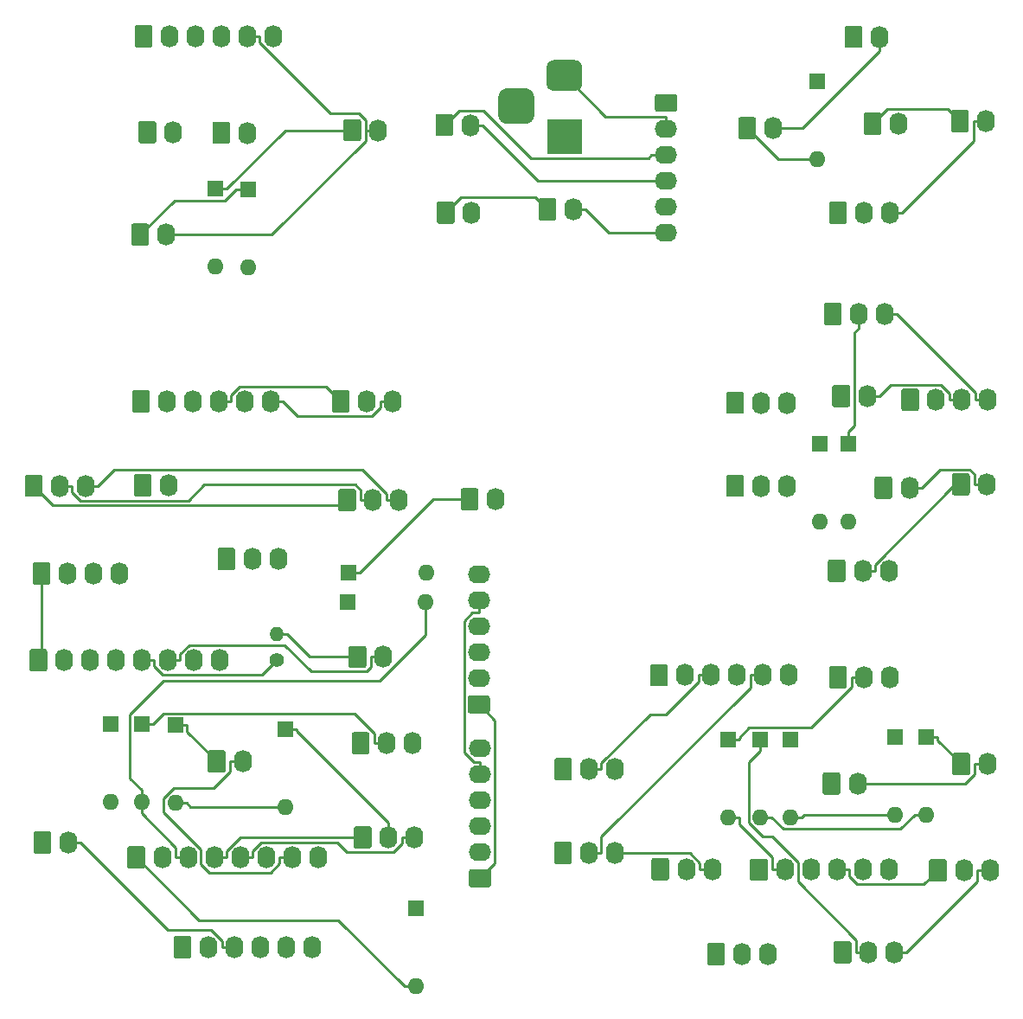
<source format=gbr>
G04 #@! TF.GenerationSoftware,KiCad,Pcbnew,(5.1.5-0-10_14)*
G04 #@! TF.CreationDate,2021-11-28T09:24:46+10:00*
G04 #@! TF.ProjectId,OH - Upper Mixed Small PCBs,4f48202d-2055-4707-9065-72204d697865,rev?*
G04 #@! TF.SameCoordinates,Original*
G04 #@! TF.FileFunction,Copper,L1,Top*
G04 #@! TF.FilePolarity,Positive*
%FSLAX46Y46*%
G04 Gerber Fmt 4.6, Leading zero omitted, Abs format (unit mm)*
G04 Created by KiCad (PCBNEW (5.1.5-0-10_14)) date 2021-11-28 09:24:46*
%MOMM*%
%LPD*%
G04 APERTURE LIST*
%ADD10C,1.400000*%
%ADD11O,1.400000X1.400000*%
%ADD12C,0.100000*%
%ADD13R,3.500000X3.500000*%
%ADD14O,1.740000X2.200000*%
%ADD15O,2.200000X1.740000*%
%ADD16O,1.600000X1.600000*%
%ADD17R,1.600000X1.600000*%
%ADD18C,0.250000*%
G04 APERTURE END LIST*
D10*
X125603000Y-115316000D03*
D11*
X125603000Y-112776000D03*
G04 #@! TA.AperFunction,ComponentPad*
D12*
G36*
X150057765Y-59325713D02*
G01*
X150142704Y-59338313D01*
X150225999Y-59359177D01*
X150306848Y-59388105D01*
X150384472Y-59424819D01*
X150458124Y-59468964D01*
X150527094Y-59520116D01*
X150590718Y-59577782D01*
X150648384Y-59641406D01*
X150699536Y-59710376D01*
X150743681Y-59784028D01*
X150780395Y-59861652D01*
X150809323Y-59942501D01*
X150830187Y-60025796D01*
X150842787Y-60110735D01*
X150847000Y-60196500D01*
X150847000Y-61946500D01*
X150842787Y-62032265D01*
X150830187Y-62117204D01*
X150809323Y-62200499D01*
X150780395Y-62281348D01*
X150743681Y-62358972D01*
X150699536Y-62432624D01*
X150648384Y-62501594D01*
X150590718Y-62565218D01*
X150527094Y-62622884D01*
X150458124Y-62674036D01*
X150384472Y-62718181D01*
X150306848Y-62754895D01*
X150225999Y-62783823D01*
X150142704Y-62804687D01*
X150057765Y-62817287D01*
X149972000Y-62821500D01*
X148222000Y-62821500D01*
X148136235Y-62817287D01*
X148051296Y-62804687D01*
X147968001Y-62783823D01*
X147887152Y-62754895D01*
X147809528Y-62718181D01*
X147735876Y-62674036D01*
X147666906Y-62622884D01*
X147603282Y-62565218D01*
X147545616Y-62501594D01*
X147494464Y-62432624D01*
X147450319Y-62358972D01*
X147413605Y-62281348D01*
X147384677Y-62200499D01*
X147363813Y-62117204D01*
X147351213Y-62032265D01*
X147347000Y-61946500D01*
X147347000Y-60196500D01*
X147351213Y-60110735D01*
X147363813Y-60025796D01*
X147384677Y-59942501D01*
X147413605Y-59861652D01*
X147450319Y-59784028D01*
X147494464Y-59710376D01*
X147545616Y-59641406D01*
X147603282Y-59577782D01*
X147666906Y-59520116D01*
X147735876Y-59468964D01*
X147809528Y-59424819D01*
X147887152Y-59388105D01*
X147968001Y-59359177D01*
X148051296Y-59338313D01*
X148136235Y-59325713D01*
X148222000Y-59321500D01*
X149972000Y-59321500D01*
X150057765Y-59325713D01*
G37*
G04 #@! TD.AperFunction*
G04 #@! TA.AperFunction,ComponentPad*
G36*
X154870513Y-56575111D02*
G01*
X154943318Y-56585911D01*
X155014714Y-56603795D01*
X155084013Y-56628590D01*
X155150548Y-56660059D01*
X155213678Y-56697898D01*
X155272795Y-56741742D01*
X155327330Y-56791170D01*
X155376758Y-56845705D01*
X155420602Y-56904822D01*
X155458441Y-56967952D01*
X155489910Y-57034487D01*
X155514705Y-57103786D01*
X155532589Y-57175182D01*
X155543389Y-57247987D01*
X155547000Y-57321500D01*
X155547000Y-58821500D01*
X155543389Y-58895013D01*
X155532589Y-58967818D01*
X155514705Y-59039214D01*
X155489910Y-59108513D01*
X155458441Y-59175048D01*
X155420602Y-59238178D01*
X155376758Y-59297295D01*
X155327330Y-59351830D01*
X155272795Y-59401258D01*
X155213678Y-59445102D01*
X155150548Y-59482941D01*
X155084013Y-59514410D01*
X155014714Y-59539205D01*
X154943318Y-59557089D01*
X154870513Y-59567889D01*
X154797000Y-59571500D01*
X152797000Y-59571500D01*
X152723487Y-59567889D01*
X152650682Y-59557089D01*
X152579286Y-59539205D01*
X152509987Y-59514410D01*
X152443452Y-59482941D01*
X152380322Y-59445102D01*
X152321205Y-59401258D01*
X152266670Y-59351830D01*
X152217242Y-59297295D01*
X152173398Y-59238178D01*
X152135559Y-59175048D01*
X152104090Y-59108513D01*
X152079295Y-59039214D01*
X152061411Y-58967818D01*
X152050611Y-58895013D01*
X152047000Y-58821500D01*
X152047000Y-57321500D01*
X152050611Y-57247987D01*
X152061411Y-57175182D01*
X152079295Y-57103786D01*
X152104090Y-57034487D01*
X152135559Y-56967952D01*
X152173398Y-56904822D01*
X152217242Y-56845705D01*
X152266670Y-56791170D01*
X152321205Y-56741742D01*
X152380322Y-56697898D01*
X152443452Y-56660059D01*
X152509987Y-56628590D01*
X152579286Y-56603795D01*
X152650682Y-56585911D01*
X152723487Y-56575111D01*
X152797000Y-56571500D01*
X154797000Y-56571500D01*
X154870513Y-56575111D01*
G37*
G04 #@! TD.AperFunction*
D13*
X153797000Y-64071500D03*
D14*
X154686000Y-71183500D03*
G04 #@! TA.AperFunction,ComponentPad*
D12*
G36*
X152790505Y-70084704D02*
G01*
X152814773Y-70088304D01*
X152838572Y-70094265D01*
X152861671Y-70102530D01*
X152883850Y-70113020D01*
X152904893Y-70125632D01*
X152924599Y-70140247D01*
X152942777Y-70156723D01*
X152959253Y-70174901D01*
X152973868Y-70194607D01*
X152986480Y-70215650D01*
X152996970Y-70237829D01*
X153005235Y-70260928D01*
X153011196Y-70284727D01*
X153014796Y-70308995D01*
X153016000Y-70333499D01*
X153016000Y-72033501D01*
X153014796Y-72058005D01*
X153011196Y-72082273D01*
X153005235Y-72106072D01*
X152996970Y-72129171D01*
X152986480Y-72151350D01*
X152973868Y-72172393D01*
X152959253Y-72192099D01*
X152942777Y-72210277D01*
X152924599Y-72226753D01*
X152904893Y-72241368D01*
X152883850Y-72253980D01*
X152861671Y-72264470D01*
X152838572Y-72272735D01*
X152814773Y-72278696D01*
X152790505Y-72282296D01*
X152766001Y-72283500D01*
X151525999Y-72283500D01*
X151501495Y-72282296D01*
X151477227Y-72278696D01*
X151453428Y-72272735D01*
X151430329Y-72264470D01*
X151408150Y-72253980D01*
X151387107Y-72241368D01*
X151367401Y-72226753D01*
X151349223Y-72210277D01*
X151332747Y-72192099D01*
X151318132Y-72172393D01*
X151305520Y-72151350D01*
X151295030Y-72129171D01*
X151286765Y-72106072D01*
X151280804Y-72082273D01*
X151277204Y-72058005D01*
X151276000Y-72033501D01*
X151276000Y-70333499D01*
X151277204Y-70308995D01*
X151280804Y-70284727D01*
X151286765Y-70260928D01*
X151295030Y-70237829D01*
X151305520Y-70215650D01*
X151318132Y-70194607D01*
X151332747Y-70174901D01*
X151349223Y-70156723D01*
X151367401Y-70140247D01*
X151387107Y-70125632D01*
X151408150Y-70113020D01*
X151430329Y-70102530D01*
X151453428Y-70094265D01*
X151477227Y-70088304D01*
X151501495Y-70084704D01*
X151525999Y-70083500D01*
X152766001Y-70083500D01*
X152790505Y-70084704D01*
G37*
G04 #@! TD.AperFunction*
D15*
X163766000Y-73469500D03*
X163766000Y-70929500D03*
X163766000Y-68389500D03*
X163766000Y-65849500D03*
X163766000Y-63309500D03*
G04 #@! TA.AperFunction,ComponentPad*
D12*
G36*
X164640505Y-59900704D02*
G01*
X164664773Y-59904304D01*
X164688572Y-59910265D01*
X164711671Y-59918530D01*
X164733850Y-59929020D01*
X164754893Y-59941632D01*
X164774599Y-59956247D01*
X164792777Y-59972723D01*
X164809253Y-59990901D01*
X164823868Y-60010607D01*
X164836480Y-60031650D01*
X164846970Y-60053829D01*
X164855235Y-60076928D01*
X164861196Y-60100727D01*
X164864796Y-60124995D01*
X164866000Y-60149499D01*
X164866000Y-61389501D01*
X164864796Y-61414005D01*
X164861196Y-61438273D01*
X164855235Y-61462072D01*
X164846970Y-61485171D01*
X164836480Y-61507350D01*
X164823868Y-61528393D01*
X164809253Y-61548099D01*
X164792777Y-61566277D01*
X164774599Y-61582753D01*
X164754893Y-61597368D01*
X164733850Y-61609980D01*
X164711671Y-61620470D01*
X164688572Y-61628735D01*
X164664773Y-61634696D01*
X164640505Y-61638296D01*
X164616001Y-61639500D01*
X162915999Y-61639500D01*
X162891495Y-61638296D01*
X162867227Y-61634696D01*
X162843428Y-61628735D01*
X162820329Y-61620470D01*
X162798150Y-61609980D01*
X162777107Y-61597368D01*
X162757401Y-61582753D01*
X162739223Y-61566277D01*
X162722747Y-61548099D01*
X162708132Y-61528393D01*
X162695520Y-61507350D01*
X162685030Y-61485171D01*
X162676765Y-61462072D01*
X162670804Y-61438273D01*
X162667204Y-61414005D01*
X162666000Y-61389501D01*
X162666000Y-60149499D01*
X162667204Y-60124995D01*
X162670804Y-60100727D01*
X162676765Y-60076928D01*
X162685030Y-60053829D01*
X162695520Y-60031650D01*
X162708132Y-60010607D01*
X162722747Y-59990901D01*
X162739223Y-59972723D01*
X162757401Y-59956247D01*
X162777107Y-59941632D01*
X162798150Y-59929020D01*
X162820329Y-59918530D01*
X162843428Y-59910265D01*
X162867227Y-59904304D01*
X162891495Y-59900704D01*
X162915999Y-59899500D01*
X164616001Y-59899500D01*
X164640505Y-59900704D01*
G37*
G04 #@! TD.AperFunction*
D14*
X144716000Y-71501000D03*
G04 #@! TA.AperFunction,ComponentPad*
D12*
G36*
X142820505Y-70402204D02*
G01*
X142844773Y-70405804D01*
X142868572Y-70411765D01*
X142891671Y-70420030D01*
X142913850Y-70430520D01*
X142934893Y-70443132D01*
X142954599Y-70457747D01*
X142972777Y-70474223D01*
X142989253Y-70492401D01*
X143003868Y-70512107D01*
X143016480Y-70533150D01*
X143026970Y-70555329D01*
X143035235Y-70578428D01*
X143041196Y-70602227D01*
X143044796Y-70626495D01*
X143046000Y-70650999D01*
X143046000Y-72351001D01*
X143044796Y-72375505D01*
X143041196Y-72399773D01*
X143035235Y-72423572D01*
X143026970Y-72446671D01*
X143016480Y-72468850D01*
X143003868Y-72489893D01*
X142989253Y-72509599D01*
X142972777Y-72527777D01*
X142954599Y-72544253D01*
X142934893Y-72558868D01*
X142913850Y-72571480D01*
X142891671Y-72581970D01*
X142868572Y-72590235D01*
X142844773Y-72596196D01*
X142820505Y-72599796D01*
X142796001Y-72601000D01*
X141555999Y-72601000D01*
X141531495Y-72599796D01*
X141507227Y-72596196D01*
X141483428Y-72590235D01*
X141460329Y-72581970D01*
X141438150Y-72571480D01*
X141417107Y-72558868D01*
X141397401Y-72544253D01*
X141379223Y-72527777D01*
X141362747Y-72509599D01*
X141348132Y-72489893D01*
X141335520Y-72468850D01*
X141325030Y-72446671D01*
X141316765Y-72423572D01*
X141310804Y-72399773D01*
X141307204Y-72375505D01*
X141306000Y-72351001D01*
X141306000Y-70650999D01*
X141307204Y-70626495D01*
X141310804Y-70602227D01*
X141316765Y-70578428D01*
X141325030Y-70555329D01*
X141335520Y-70533150D01*
X141348132Y-70512107D01*
X141362747Y-70492401D01*
X141379223Y-70474223D01*
X141397401Y-70457747D01*
X141417107Y-70443132D01*
X141438150Y-70430520D01*
X141460329Y-70420030D01*
X141483428Y-70411765D01*
X141507227Y-70405804D01*
X141531495Y-70402204D01*
X141555999Y-70401000D01*
X142796001Y-70401000D01*
X142820505Y-70402204D01*
G37*
G04 #@! TD.AperFunction*
D14*
X144590000Y-62928500D03*
G04 #@! TA.AperFunction,ComponentPad*
D12*
G36*
X142694505Y-61829704D02*
G01*
X142718773Y-61833304D01*
X142742572Y-61839265D01*
X142765671Y-61847530D01*
X142787850Y-61858020D01*
X142808893Y-61870632D01*
X142828599Y-61885247D01*
X142846777Y-61901723D01*
X142863253Y-61919901D01*
X142877868Y-61939607D01*
X142890480Y-61960650D01*
X142900970Y-61982829D01*
X142909235Y-62005928D01*
X142915196Y-62029727D01*
X142918796Y-62053995D01*
X142920000Y-62078499D01*
X142920000Y-63778501D01*
X142918796Y-63803005D01*
X142915196Y-63827273D01*
X142909235Y-63851072D01*
X142900970Y-63874171D01*
X142890480Y-63896350D01*
X142877868Y-63917393D01*
X142863253Y-63937099D01*
X142846777Y-63955277D01*
X142828599Y-63971753D01*
X142808893Y-63986368D01*
X142787850Y-63998980D01*
X142765671Y-64009470D01*
X142742572Y-64017735D01*
X142718773Y-64023696D01*
X142694505Y-64027296D01*
X142670001Y-64028500D01*
X141429999Y-64028500D01*
X141405495Y-64027296D01*
X141381227Y-64023696D01*
X141357428Y-64017735D01*
X141334329Y-64009470D01*
X141312150Y-63998980D01*
X141291107Y-63986368D01*
X141271401Y-63971753D01*
X141253223Y-63955277D01*
X141236747Y-63937099D01*
X141222132Y-63917393D01*
X141209520Y-63896350D01*
X141199030Y-63874171D01*
X141190765Y-63851072D01*
X141184804Y-63827273D01*
X141181204Y-63803005D01*
X141180000Y-63778501D01*
X141180000Y-62078499D01*
X141181204Y-62053995D01*
X141184804Y-62029727D01*
X141190765Y-62005928D01*
X141199030Y-61982829D01*
X141209520Y-61960650D01*
X141222132Y-61939607D01*
X141236747Y-61919901D01*
X141253223Y-61901723D01*
X141271401Y-61885247D01*
X141291107Y-61870632D01*
X141312150Y-61858020D01*
X141334329Y-61847530D01*
X141357428Y-61839265D01*
X141381227Y-61833304D01*
X141405495Y-61829704D01*
X141429999Y-61828500D01*
X142670001Y-61828500D01*
X142694505Y-61829704D01*
G37*
G04 #@! TD.AperFunction*
D14*
X195174000Y-98094800D03*
G04 #@! TA.AperFunction,ComponentPad*
D12*
G36*
X193278505Y-96996004D02*
G01*
X193302773Y-96999604D01*
X193326572Y-97005565D01*
X193349671Y-97013830D01*
X193371850Y-97024320D01*
X193392893Y-97036932D01*
X193412599Y-97051547D01*
X193430777Y-97068023D01*
X193447253Y-97086201D01*
X193461868Y-97105907D01*
X193474480Y-97126950D01*
X193484970Y-97149129D01*
X193493235Y-97172228D01*
X193499196Y-97196027D01*
X193502796Y-97220295D01*
X193504000Y-97244799D01*
X193504000Y-98944801D01*
X193502796Y-98969305D01*
X193499196Y-98993573D01*
X193493235Y-99017372D01*
X193484970Y-99040471D01*
X193474480Y-99062650D01*
X193461868Y-99083693D01*
X193447253Y-99103399D01*
X193430777Y-99121577D01*
X193412599Y-99138053D01*
X193392893Y-99152668D01*
X193371850Y-99165280D01*
X193349671Y-99175770D01*
X193326572Y-99184035D01*
X193302773Y-99189996D01*
X193278505Y-99193596D01*
X193254001Y-99194800D01*
X192013999Y-99194800D01*
X191989495Y-99193596D01*
X191965227Y-99189996D01*
X191941428Y-99184035D01*
X191918329Y-99175770D01*
X191896150Y-99165280D01*
X191875107Y-99152668D01*
X191855401Y-99138053D01*
X191837223Y-99121577D01*
X191820747Y-99103399D01*
X191806132Y-99083693D01*
X191793520Y-99062650D01*
X191783030Y-99040471D01*
X191774765Y-99017372D01*
X191768804Y-98993573D01*
X191765204Y-98969305D01*
X191764000Y-98944801D01*
X191764000Y-97244799D01*
X191765204Y-97220295D01*
X191768804Y-97196027D01*
X191774765Y-97172228D01*
X191783030Y-97149129D01*
X191793520Y-97126950D01*
X191806132Y-97105907D01*
X191820747Y-97086201D01*
X191837223Y-97068023D01*
X191855401Y-97051547D01*
X191875107Y-97036932D01*
X191896150Y-97024320D01*
X191918329Y-97013830D01*
X191941428Y-97005565D01*
X191965227Y-96999604D01*
X191989495Y-96996004D01*
X192013999Y-96994800D01*
X193254001Y-96994800D01*
X193278505Y-96996004D01*
G37*
G04 #@! TD.AperFunction*
D14*
X187579000Y-98425000D03*
G04 #@! TA.AperFunction,ComponentPad*
D12*
G36*
X185683505Y-97326204D02*
G01*
X185707773Y-97329804D01*
X185731572Y-97335765D01*
X185754671Y-97344030D01*
X185776850Y-97354520D01*
X185797893Y-97367132D01*
X185817599Y-97381747D01*
X185835777Y-97398223D01*
X185852253Y-97416401D01*
X185866868Y-97436107D01*
X185879480Y-97457150D01*
X185889970Y-97479329D01*
X185898235Y-97502428D01*
X185904196Y-97526227D01*
X185907796Y-97550495D01*
X185909000Y-97574999D01*
X185909000Y-99275001D01*
X185907796Y-99299505D01*
X185904196Y-99323773D01*
X185898235Y-99347572D01*
X185889970Y-99370671D01*
X185879480Y-99392850D01*
X185866868Y-99413893D01*
X185852253Y-99433599D01*
X185835777Y-99451777D01*
X185817599Y-99468253D01*
X185797893Y-99482868D01*
X185776850Y-99495480D01*
X185754671Y-99505970D01*
X185731572Y-99514235D01*
X185707773Y-99520196D01*
X185683505Y-99523796D01*
X185659001Y-99525000D01*
X184418999Y-99525000D01*
X184394495Y-99523796D01*
X184370227Y-99520196D01*
X184346428Y-99514235D01*
X184323329Y-99505970D01*
X184301150Y-99495480D01*
X184280107Y-99482868D01*
X184260401Y-99468253D01*
X184242223Y-99451777D01*
X184225747Y-99433599D01*
X184211132Y-99413893D01*
X184198520Y-99392850D01*
X184188030Y-99370671D01*
X184179765Y-99347572D01*
X184173804Y-99323773D01*
X184170204Y-99299505D01*
X184169000Y-99275001D01*
X184169000Y-97574999D01*
X184170204Y-97550495D01*
X184173804Y-97526227D01*
X184179765Y-97502428D01*
X184188030Y-97479329D01*
X184198520Y-97457150D01*
X184211132Y-97436107D01*
X184225747Y-97416401D01*
X184242223Y-97398223D01*
X184260401Y-97381747D01*
X184280107Y-97367132D01*
X184301150Y-97354520D01*
X184323329Y-97344030D01*
X184346428Y-97335765D01*
X184370227Y-97329804D01*
X184394495Y-97326204D01*
X184418999Y-97325000D01*
X185659001Y-97325000D01*
X185683505Y-97326204D01*
G37*
G04 #@! TD.AperFunction*
D14*
X195072000Y-62534800D03*
G04 #@! TA.AperFunction,ComponentPad*
D12*
G36*
X193176505Y-61436004D02*
G01*
X193200773Y-61439604D01*
X193224572Y-61445565D01*
X193247671Y-61453830D01*
X193269850Y-61464320D01*
X193290893Y-61476932D01*
X193310599Y-61491547D01*
X193328777Y-61508023D01*
X193345253Y-61526201D01*
X193359868Y-61545907D01*
X193372480Y-61566950D01*
X193382970Y-61589129D01*
X193391235Y-61612228D01*
X193397196Y-61636027D01*
X193400796Y-61660295D01*
X193402000Y-61684799D01*
X193402000Y-63384801D01*
X193400796Y-63409305D01*
X193397196Y-63433573D01*
X193391235Y-63457372D01*
X193382970Y-63480471D01*
X193372480Y-63502650D01*
X193359868Y-63523693D01*
X193345253Y-63543399D01*
X193328777Y-63561577D01*
X193310599Y-63578053D01*
X193290893Y-63592668D01*
X193269850Y-63605280D01*
X193247671Y-63615770D01*
X193224572Y-63624035D01*
X193200773Y-63629996D01*
X193176505Y-63633596D01*
X193152001Y-63634800D01*
X191911999Y-63634800D01*
X191887495Y-63633596D01*
X191863227Y-63629996D01*
X191839428Y-63624035D01*
X191816329Y-63615770D01*
X191794150Y-63605280D01*
X191773107Y-63592668D01*
X191753401Y-63578053D01*
X191735223Y-63561577D01*
X191718747Y-63543399D01*
X191704132Y-63523693D01*
X191691520Y-63502650D01*
X191681030Y-63480471D01*
X191672765Y-63457372D01*
X191666804Y-63433573D01*
X191663204Y-63409305D01*
X191662000Y-63384801D01*
X191662000Y-61684799D01*
X191663204Y-61660295D01*
X191666804Y-61636027D01*
X191672765Y-61612228D01*
X191681030Y-61589129D01*
X191691520Y-61566950D01*
X191704132Y-61545907D01*
X191718747Y-61526201D01*
X191735223Y-61508023D01*
X191753401Y-61491547D01*
X191773107Y-61476932D01*
X191794150Y-61464320D01*
X191816329Y-61453830D01*
X191839428Y-61445565D01*
X191863227Y-61439604D01*
X191887495Y-61436004D01*
X191911999Y-61434800D01*
X193152001Y-61434800D01*
X193176505Y-61436004D01*
G37*
G04 #@! TD.AperFunction*
D14*
X186500000Y-62801500D03*
G04 #@! TA.AperFunction,ComponentPad*
D12*
G36*
X184604505Y-61702704D02*
G01*
X184628773Y-61706304D01*
X184652572Y-61712265D01*
X184675671Y-61720530D01*
X184697850Y-61731020D01*
X184718893Y-61743632D01*
X184738599Y-61758247D01*
X184756777Y-61774723D01*
X184773253Y-61792901D01*
X184787868Y-61812607D01*
X184800480Y-61833650D01*
X184810970Y-61855829D01*
X184819235Y-61878928D01*
X184825196Y-61902727D01*
X184828796Y-61926995D01*
X184830000Y-61951499D01*
X184830000Y-63651501D01*
X184828796Y-63676005D01*
X184825196Y-63700273D01*
X184819235Y-63724072D01*
X184810970Y-63747171D01*
X184800480Y-63769350D01*
X184787868Y-63790393D01*
X184773253Y-63810099D01*
X184756777Y-63828277D01*
X184738599Y-63844753D01*
X184718893Y-63859368D01*
X184697850Y-63871980D01*
X184675671Y-63882470D01*
X184652572Y-63890735D01*
X184628773Y-63896696D01*
X184604505Y-63900296D01*
X184580001Y-63901500D01*
X183339999Y-63901500D01*
X183315495Y-63900296D01*
X183291227Y-63896696D01*
X183267428Y-63890735D01*
X183244329Y-63882470D01*
X183222150Y-63871980D01*
X183201107Y-63859368D01*
X183181401Y-63844753D01*
X183163223Y-63828277D01*
X183146747Y-63810099D01*
X183132132Y-63790393D01*
X183119520Y-63769350D01*
X183109030Y-63747171D01*
X183100765Y-63724072D01*
X183094804Y-63700273D01*
X183091204Y-63676005D01*
X183090000Y-63651501D01*
X183090000Y-61951499D01*
X183091204Y-61926995D01*
X183094804Y-61902727D01*
X183100765Y-61878928D01*
X183109030Y-61855829D01*
X183119520Y-61833650D01*
X183132132Y-61812607D01*
X183146747Y-61792901D01*
X183163223Y-61774723D01*
X183181401Y-61758247D01*
X183201107Y-61743632D01*
X183222150Y-61731020D01*
X183244329Y-61720530D01*
X183267428Y-61712265D01*
X183291227Y-61706304D01*
X183315495Y-61702704D01*
X183339999Y-61701500D01*
X184580001Y-61701500D01*
X184604505Y-61702704D01*
G37*
G04 #@! TD.AperFunction*
D14*
X115062000Y-98171000D03*
G04 #@! TA.AperFunction,ComponentPad*
D12*
G36*
X113166505Y-97072204D02*
G01*
X113190773Y-97075804D01*
X113214572Y-97081765D01*
X113237671Y-97090030D01*
X113259850Y-97100520D01*
X113280893Y-97113132D01*
X113300599Y-97127747D01*
X113318777Y-97144223D01*
X113335253Y-97162401D01*
X113349868Y-97182107D01*
X113362480Y-97203150D01*
X113372970Y-97225329D01*
X113381235Y-97248428D01*
X113387196Y-97272227D01*
X113390796Y-97296495D01*
X113392000Y-97320999D01*
X113392000Y-99021001D01*
X113390796Y-99045505D01*
X113387196Y-99069773D01*
X113381235Y-99093572D01*
X113372970Y-99116671D01*
X113362480Y-99138850D01*
X113349868Y-99159893D01*
X113335253Y-99179599D01*
X113318777Y-99197777D01*
X113300599Y-99214253D01*
X113280893Y-99228868D01*
X113259850Y-99241480D01*
X113237671Y-99251970D01*
X113214572Y-99260235D01*
X113190773Y-99266196D01*
X113166505Y-99269796D01*
X113142001Y-99271000D01*
X111901999Y-99271000D01*
X111877495Y-99269796D01*
X111853227Y-99266196D01*
X111829428Y-99260235D01*
X111806329Y-99251970D01*
X111784150Y-99241480D01*
X111763107Y-99228868D01*
X111743401Y-99214253D01*
X111725223Y-99197777D01*
X111708747Y-99179599D01*
X111694132Y-99159893D01*
X111681520Y-99138850D01*
X111671030Y-99116671D01*
X111662765Y-99093572D01*
X111656804Y-99069773D01*
X111653204Y-99045505D01*
X111652000Y-99021001D01*
X111652000Y-97320999D01*
X111653204Y-97296495D01*
X111656804Y-97272227D01*
X111662765Y-97248428D01*
X111671030Y-97225329D01*
X111681520Y-97203150D01*
X111694132Y-97182107D01*
X111708747Y-97162401D01*
X111725223Y-97144223D01*
X111743401Y-97127747D01*
X111763107Y-97113132D01*
X111784150Y-97100520D01*
X111806329Y-97090030D01*
X111829428Y-97081765D01*
X111853227Y-97075804D01*
X111877495Y-97072204D01*
X111901999Y-97071000D01*
X113142001Y-97071000D01*
X113166505Y-97072204D01*
G37*
G04 #@! TD.AperFunction*
D14*
X147066000Y-99568000D03*
G04 #@! TA.AperFunction,ComponentPad*
D12*
G36*
X145170505Y-98469204D02*
G01*
X145194773Y-98472804D01*
X145218572Y-98478765D01*
X145241671Y-98487030D01*
X145263850Y-98497520D01*
X145284893Y-98510132D01*
X145304599Y-98524747D01*
X145322777Y-98541223D01*
X145339253Y-98559401D01*
X145353868Y-98579107D01*
X145366480Y-98600150D01*
X145376970Y-98622329D01*
X145385235Y-98645428D01*
X145391196Y-98669227D01*
X145394796Y-98693495D01*
X145396000Y-98717999D01*
X145396000Y-100418001D01*
X145394796Y-100442505D01*
X145391196Y-100466773D01*
X145385235Y-100490572D01*
X145376970Y-100513671D01*
X145366480Y-100535850D01*
X145353868Y-100556893D01*
X145339253Y-100576599D01*
X145322777Y-100594777D01*
X145304599Y-100611253D01*
X145284893Y-100625868D01*
X145263850Y-100638480D01*
X145241671Y-100648970D01*
X145218572Y-100657235D01*
X145194773Y-100663196D01*
X145170505Y-100666796D01*
X145146001Y-100668000D01*
X143905999Y-100668000D01*
X143881495Y-100666796D01*
X143857227Y-100663196D01*
X143833428Y-100657235D01*
X143810329Y-100648970D01*
X143788150Y-100638480D01*
X143767107Y-100625868D01*
X143747401Y-100611253D01*
X143729223Y-100594777D01*
X143712747Y-100576599D01*
X143698132Y-100556893D01*
X143685520Y-100535850D01*
X143675030Y-100513671D01*
X143666765Y-100490572D01*
X143660804Y-100466773D01*
X143657204Y-100442505D01*
X143656000Y-100418001D01*
X143656000Y-98717999D01*
X143657204Y-98693495D01*
X143660804Y-98669227D01*
X143666765Y-98645428D01*
X143675030Y-98622329D01*
X143685520Y-98600150D01*
X143698132Y-98579107D01*
X143712747Y-98559401D01*
X143729223Y-98541223D01*
X143747401Y-98524747D01*
X143767107Y-98510132D01*
X143788150Y-98497520D01*
X143810329Y-98487030D01*
X143833428Y-98478765D01*
X143857227Y-98472804D01*
X143881495Y-98469204D01*
X143905999Y-98468000D01*
X145146001Y-98468000D01*
X145170505Y-98469204D01*
G37*
G04 #@! TD.AperFunction*
D16*
X140208000Y-109601000D03*
D17*
X132588000Y-109601000D03*
D16*
X140272000Y-106744000D03*
D17*
X132652000Y-106744000D03*
D14*
X125032000Y-89979500D03*
X122492000Y-89979500D03*
X119952000Y-89979500D03*
X117412000Y-89979500D03*
X114872000Y-89979500D03*
G04 #@! TA.AperFunction,ComponentPad*
D12*
G36*
X112976505Y-88880704D02*
G01*
X113000773Y-88884304D01*
X113024572Y-88890265D01*
X113047671Y-88898530D01*
X113069850Y-88909020D01*
X113090893Y-88921632D01*
X113110599Y-88936247D01*
X113128777Y-88952723D01*
X113145253Y-88970901D01*
X113159868Y-88990607D01*
X113172480Y-89011650D01*
X113182970Y-89033829D01*
X113191235Y-89056928D01*
X113197196Y-89080727D01*
X113200796Y-89104995D01*
X113202000Y-89129499D01*
X113202000Y-90829501D01*
X113200796Y-90854005D01*
X113197196Y-90878273D01*
X113191235Y-90902072D01*
X113182970Y-90925171D01*
X113172480Y-90947350D01*
X113159868Y-90968393D01*
X113145253Y-90988099D01*
X113128777Y-91006277D01*
X113110599Y-91022753D01*
X113090893Y-91037368D01*
X113069850Y-91049980D01*
X113047671Y-91060470D01*
X113024572Y-91068735D01*
X113000773Y-91074696D01*
X112976505Y-91078296D01*
X112952001Y-91079500D01*
X111711999Y-91079500D01*
X111687495Y-91078296D01*
X111663227Y-91074696D01*
X111639428Y-91068735D01*
X111616329Y-91060470D01*
X111594150Y-91049980D01*
X111573107Y-91037368D01*
X111553401Y-91022753D01*
X111535223Y-91006277D01*
X111518747Y-90988099D01*
X111504132Y-90968393D01*
X111491520Y-90947350D01*
X111481030Y-90925171D01*
X111472765Y-90902072D01*
X111466804Y-90878273D01*
X111463204Y-90854005D01*
X111462000Y-90829501D01*
X111462000Y-89129499D01*
X111463204Y-89104995D01*
X111466804Y-89080727D01*
X111472765Y-89056928D01*
X111481030Y-89033829D01*
X111491520Y-89011650D01*
X111504132Y-88990607D01*
X111518747Y-88970901D01*
X111535223Y-88952723D01*
X111553401Y-88936247D01*
X111573107Y-88921632D01*
X111594150Y-88909020D01*
X111616329Y-88898530D01*
X111639428Y-88890265D01*
X111663227Y-88884304D01*
X111687495Y-88880704D01*
X111711999Y-88879500D01*
X112952001Y-88879500D01*
X112976505Y-88880704D01*
G37*
G04 #@! TD.AperFunction*
D14*
X137604000Y-99631500D03*
X135064000Y-99631500D03*
G04 #@! TA.AperFunction,ComponentPad*
D12*
G36*
X133168505Y-98532704D02*
G01*
X133192773Y-98536304D01*
X133216572Y-98542265D01*
X133239671Y-98550530D01*
X133261850Y-98561020D01*
X133282893Y-98573632D01*
X133302599Y-98588247D01*
X133320777Y-98604723D01*
X133337253Y-98622901D01*
X133351868Y-98642607D01*
X133364480Y-98663650D01*
X133374970Y-98685829D01*
X133383235Y-98708928D01*
X133389196Y-98732727D01*
X133392796Y-98756995D01*
X133394000Y-98781499D01*
X133394000Y-100481501D01*
X133392796Y-100506005D01*
X133389196Y-100530273D01*
X133383235Y-100554072D01*
X133374970Y-100577171D01*
X133364480Y-100599350D01*
X133351868Y-100620393D01*
X133337253Y-100640099D01*
X133320777Y-100658277D01*
X133302599Y-100674753D01*
X133282893Y-100689368D01*
X133261850Y-100701980D01*
X133239671Y-100712470D01*
X133216572Y-100720735D01*
X133192773Y-100726696D01*
X133168505Y-100730296D01*
X133144001Y-100731500D01*
X131903999Y-100731500D01*
X131879495Y-100730296D01*
X131855227Y-100726696D01*
X131831428Y-100720735D01*
X131808329Y-100712470D01*
X131786150Y-100701980D01*
X131765107Y-100689368D01*
X131745401Y-100674753D01*
X131727223Y-100658277D01*
X131710747Y-100640099D01*
X131696132Y-100620393D01*
X131683520Y-100599350D01*
X131673030Y-100577171D01*
X131664765Y-100554072D01*
X131658804Y-100530273D01*
X131655204Y-100506005D01*
X131654000Y-100481501D01*
X131654000Y-98781499D01*
X131655204Y-98756995D01*
X131658804Y-98732727D01*
X131664765Y-98708928D01*
X131673030Y-98685829D01*
X131683520Y-98663650D01*
X131696132Y-98642607D01*
X131710747Y-98622901D01*
X131727223Y-98604723D01*
X131745401Y-98588247D01*
X131765107Y-98573632D01*
X131786150Y-98561020D01*
X131808329Y-98550530D01*
X131831428Y-98542265D01*
X131855227Y-98536304D01*
X131879495Y-98532704D01*
X131903999Y-98531500D01*
X133144001Y-98531500D01*
X133168505Y-98532704D01*
G37*
G04 #@! TD.AperFunction*
D14*
X125794000Y-105410000D03*
X123254000Y-105410000D03*
G04 #@! TA.AperFunction,ComponentPad*
D12*
G36*
X121358505Y-104311204D02*
G01*
X121382773Y-104314804D01*
X121406572Y-104320765D01*
X121429671Y-104329030D01*
X121451850Y-104339520D01*
X121472893Y-104352132D01*
X121492599Y-104366747D01*
X121510777Y-104383223D01*
X121527253Y-104401401D01*
X121541868Y-104421107D01*
X121554480Y-104442150D01*
X121564970Y-104464329D01*
X121573235Y-104487428D01*
X121579196Y-104511227D01*
X121582796Y-104535495D01*
X121584000Y-104559999D01*
X121584000Y-106260001D01*
X121582796Y-106284505D01*
X121579196Y-106308773D01*
X121573235Y-106332572D01*
X121564970Y-106355671D01*
X121554480Y-106377850D01*
X121541868Y-106398893D01*
X121527253Y-106418599D01*
X121510777Y-106436777D01*
X121492599Y-106453253D01*
X121472893Y-106467868D01*
X121451850Y-106480480D01*
X121429671Y-106490970D01*
X121406572Y-106499235D01*
X121382773Y-106505196D01*
X121358505Y-106508796D01*
X121334001Y-106510000D01*
X120093999Y-106510000D01*
X120069495Y-106508796D01*
X120045227Y-106505196D01*
X120021428Y-106499235D01*
X119998329Y-106490970D01*
X119976150Y-106480480D01*
X119955107Y-106467868D01*
X119935401Y-106453253D01*
X119917223Y-106436777D01*
X119900747Y-106418599D01*
X119886132Y-106398893D01*
X119873520Y-106377850D01*
X119863030Y-106355671D01*
X119854765Y-106332572D01*
X119848804Y-106308773D01*
X119845204Y-106284505D01*
X119844000Y-106260001D01*
X119844000Y-104559999D01*
X119845204Y-104535495D01*
X119848804Y-104511227D01*
X119854765Y-104487428D01*
X119863030Y-104464329D01*
X119873520Y-104442150D01*
X119886132Y-104421107D01*
X119900747Y-104401401D01*
X119917223Y-104383223D01*
X119935401Y-104366747D01*
X119955107Y-104352132D01*
X119976150Y-104339520D01*
X119998329Y-104329030D01*
X120021428Y-104320765D01*
X120045227Y-104314804D01*
X120069495Y-104311204D01*
X120093999Y-104310000D01*
X121334001Y-104310000D01*
X121358505Y-104311204D01*
G37*
G04 #@! TD.AperFunction*
D14*
X136970000Y-89979500D03*
X134430000Y-89979500D03*
G04 #@! TA.AperFunction,ComponentPad*
D12*
G36*
X132534505Y-88880704D02*
G01*
X132558773Y-88884304D01*
X132582572Y-88890265D01*
X132605671Y-88898530D01*
X132627850Y-88909020D01*
X132648893Y-88921632D01*
X132668599Y-88936247D01*
X132686777Y-88952723D01*
X132703253Y-88970901D01*
X132717868Y-88990607D01*
X132730480Y-89011650D01*
X132740970Y-89033829D01*
X132749235Y-89056928D01*
X132755196Y-89080727D01*
X132758796Y-89104995D01*
X132760000Y-89129499D01*
X132760000Y-90829501D01*
X132758796Y-90854005D01*
X132755196Y-90878273D01*
X132749235Y-90902072D01*
X132740970Y-90925171D01*
X132730480Y-90947350D01*
X132717868Y-90968393D01*
X132703253Y-90988099D01*
X132686777Y-91006277D01*
X132668599Y-91022753D01*
X132648893Y-91037368D01*
X132627850Y-91049980D01*
X132605671Y-91060470D01*
X132582572Y-91068735D01*
X132558773Y-91074696D01*
X132534505Y-91078296D01*
X132510001Y-91079500D01*
X131269999Y-91079500D01*
X131245495Y-91078296D01*
X131221227Y-91074696D01*
X131197428Y-91068735D01*
X131174329Y-91060470D01*
X131152150Y-91049980D01*
X131131107Y-91037368D01*
X131111401Y-91022753D01*
X131093223Y-91006277D01*
X131076747Y-90988099D01*
X131062132Y-90968393D01*
X131049520Y-90947350D01*
X131039030Y-90925171D01*
X131030765Y-90902072D01*
X131024804Y-90878273D01*
X131021204Y-90854005D01*
X131020000Y-90829501D01*
X131020000Y-89129499D01*
X131021204Y-89104995D01*
X131024804Y-89080727D01*
X131030765Y-89056928D01*
X131039030Y-89033829D01*
X131049520Y-89011650D01*
X131062132Y-88990607D01*
X131076747Y-88970901D01*
X131093223Y-88952723D01*
X131111401Y-88936247D01*
X131131107Y-88921632D01*
X131152150Y-88909020D01*
X131174329Y-88898530D01*
X131197428Y-88890265D01*
X131221227Y-88884304D01*
X131245495Y-88880704D01*
X131269999Y-88879500D01*
X132510001Y-88879500D01*
X132534505Y-88880704D01*
G37*
G04 #@! TD.AperFunction*
D14*
X106934000Y-98234500D03*
X104394000Y-98234500D03*
G04 #@! TA.AperFunction,ComponentPad*
D12*
G36*
X102498505Y-97135704D02*
G01*
X102522773Y-97139304D01*
X102546572Y-97145265D01*
X102569671Y-97153530D01*
X102591850Y-97164020D01*
X102612893Y-97176632D01*
X102632599Y-97191247D01*
X102650777Y-97207723D01*
X102667253Y-97225901D01*
X102681868Y-97245607D01*
X102694480Y-97266650D01*
X102704970Y-97288829D01*
X102713235Y-97311928D01*
X102719196Y-97335727D01*
X102722796Y-97359995D01*
X102724000Y-97384499D01*
X102724000Y-99084501D01*
X102722796Y-99109005D01*
X102719196Y-99133273D01*
X102713235Y-99157072D01*
X102704970Y-99180171D01*
X102694480Y-99202350D01*
X102681868Y-99223393D01*
X102667253Y-99243099D01*
X102650777Y-99261277D01*
X102632599Y-99277753D01*
X102612893Y-99292368D01*
X102591850Y-99304980D01*
X102569671Y-99315470D01*
X102546572Y-99323735D01*
X102522773Y-99329696D01*
X102498505Y-99333296D01*
X102474001Y-99334500D01*
X101233999Y-99334500D01*
X101209495Y-99333296D01*
X101185227Y-99329696D01*
X101161428Y-99323735D01*
X101138329Y-99315470D01*
X101116150Y-99304980D01*
X101095107Y-99292368D01*
X101075401Y-99277753D01*
X101057223Y-99261277D01*
X101040747Y-99243099D01*
X101026132Y-99223393D01*
X101013520Y-99202350D01*
X101003030Y-99180171D01*
X100994765Y-99157072D01*
X100988804Y-99133273D01*
X100985204Y-99109005D01*
X100984000Y-99084501D01*
X100984000Y-97384499D01*
X100985204Y-97359995D01*
X100988804Y-97335727D01*
X100994765Y-97311928D01*
X101003030Y-97288829D01*
X101013520Y-97266650D01*
X101026132Y-97245607D01*
X101040747Y-97225901D01*
X101057223Y-97207723D01*
X101075401Y-97191247D01*
X101095107Y-97176632D01*
X101116150Y-97164020D01*
X101138329Y-97153530D01*
X101161428Y-97145265D01*
X101185227Y-97139304D01*
X101209495Y-97135704D01*
X101233999Y-97134500D01*
X102474001Y-97134500D01*
X102498505Y-97135704D01*
G37*
G04 #@! TD.AperFunction*
D14*
X183439000Y-89458800D03*
G04 #@! TA.AperFunction,ComponentPad*
D12*
G36*
X181543505Y-88360004D02*
G01*
X181567773Y-88363604D01*
X181591572Y-88369565D01*
X181614671Y-88377830D01*
X181636850Y-88388320D01*
X181657893Y-88400932D01*
X181677599Y-88415547D01*
X181695777Y-88432023D01*
X181712253Y-88450201D01*
X181726868Y-88469907D01*
X181739480Y-88490950D01*
X181749970Y-88513129D01*
X181758235Y-88536228D01*
X181764196Y-88560027D01*
X181767796Y-88584295D01*
X181769000Y-88608799D01*
X181769000Y-90308801D01*
X181767796Y-90333305D01*
X181764196Y-90357573D01*
X181758235Y-90381372D01*
X181749970Y-90404471D01*
X181739480Y-90426650D01*
X181726868Y-90447693D01*
X181712253Y-90467399D01*
X181695777Y-90485577D01*
X181677599Y-90502053D01*
X181657893Y-90516668D01*
X181636850Y-90529280D01*
X181614671Y-90539770D01*
X181591572Y-90548035D01*
X181567773Y-90553996D01*
X181543505Y-90557596D01*
X181519001Y-90558800D01*
X180278999Y-90558800D01*
X180254495Y-90557596D01*
X180230227Y-90553996D01*
X180206428Y-90548035D01*
X180183329Y-90539770D01*
X180161150Y-90529280D01*
X180140107Y-90516668D01*
X180120401Y-90502053D01*
X180102223Y-90485577D01*
X180085747Y-90467399D01*
X180071132Y-90447693D01*
X180058520Y-90426650D01*
X180048030Y-90404471D01*
X180039765Y-90381372D01*
X180033804Y-90357573D01*
X180030204Y-90333305D01*
X180029000Y-90308801D01*
X180029000Y-88608799D01*
X180030204Y-88584295D01*
X180033804Y-88560027D01*
X180039765Y-88536228D01*
X180048030Y-88513129D01*
X180058520Y-88490950D01*
X180071132Y-88469907D01*
X180085747Y-88450201D01*
X180102223Y-88432023D01*
X180120401Y-88415547D01*
X180140107Y-88400932D01*
X180161150Y-88388320D01*
X180183329Y-88377830D01*
X180206428Y-88369565D01*
X180230227Y-88363604D01*
X180254495Y-88360004D01*
X180278999Y-88358800D01*
X181519001Y-88358800D01*
X181543505Y-88360004D01*
G37*
G04 #@! TD.AperFunction*
D14*
X185166000Y-81407000D03*
X182626000Y-81407000D03*
G04 #@! TA.AperFunction,ComponentPad*
D12*
G36*
X180730505Y-80308204D02*
G01*
X180754773Y-80311804D01*
X180778572Y-80317765D01*
X180801671Y-80326030D01*
X180823850Y-80336520D01*
X180844893Y-80349132D01*
X180864599Y-80363747D01*
X180882777Y-80380223D01*
X180899253Y-80398401D01*
X180913868Y-80418107D01*
X180926480Y-80439150D01*
X180936970Y-80461329D01*
X180945235Y-80484428D01*
X180951196Y-80508227D01*
X180954796Y-80532495D01*
X180956000Y-80556999D01*
X180956000Y-82257001D01*
X180954796Y-82281505D01*
X180951196Y-82305773D01*
X180945235Y-82329572D01*
X180936970Y-82352671D01*
X180926480Y-82374850D01*
X180913868Y-82395893D01*
X180899253Y-82415599D01*
X180882777Y-82433777D01*
X180864599Y-82450253D01*
X180844893Y-82464868D01*
X180823850Y-82477480D01*
X180801671Y-82487970D01*
X180778572Y-82496235D01*
X180754773Y-82502196D01*
X180730505Y-82505796D01*
X180706001Y-82507000D01*
X179465999Y-82507000D01*
X179441495Y-82505796D01*
X179417227Y-82502196D01*
X179393428Y-82496235D01*
X179370329Y-82487970D01*
X179348150Y-82477480D01*
X179327107Y-82464868D01*
X179307401Y-82450253D01*
X179289223Y-82433777D01*
X179272747Y-82415599D01*
X179258132Y-82395893D01*
X179245520Y-82374850D01*
X179235030Y-82352671D01*
X179226765Y-82329572D01*
X179220804Y-82305773D01*
X179217204Y-82281505D01*
X179216000Y-82257001D01*
X179216000Y-80556999D01*
X179217204Y-80532495D01*
X179220804Y-80508227D01*
X179226765Y-80484428D01*
X179235030Y-80461329D01*
X179245520Y-80439150D01*
X179258132Y-80418107D01*
X179272747Y-80398401D01*
X179289223Y-80380223D01*
X179307401Y-80363747D01*
X179327107Y-80349132D01*
X179348150Y-80336520D01*
X179370329Y-80326030D01*
X179393428Y-80317765D01*
X179417227Y-80311804D01*
X179441495Y-80308204D01*
X179465999Y-80307000D01*
X180706001Y-80307000D01*
X180730505Y-80308204D01*
G37*
G04 #@! TD.AperFunction*
D14*
X129096000Y-143383000D03*
X126556000Y-143383000D03*
X124016000Y-143383000D03*
X121476000Y-143383000D03*
X118936000Y-143383000D03*
G04 #@! TA.AperFunction,ComponentPad*
D12*
G36*
X117040505Y-142284204D02*
G01*
X117064773Y-142287804D01*
X117088572Y-142293765D01*
X117111671Y-142302030D01*
X117133850Y-142312520D01*
X117154893Y-142325132D01*
X117174599Y-142339747D01*
X117192777Y-142356223D01*
X117209253Y-142374401D01*
X117223868Y-142394107D01*
X117236480Y-142415150D01*
X117246970Y-142437329D01*
X117255235Y-142460428D01*
X117261196Y-142484227D01*
X117264796Y-142508495D01*
X117266000Y-142532999D01*
X117266000Y-144233001D01*
X117264796Y-144257505D01*
X117261196Y-144281773D01*
X117255235Y-144305572D01*
X117246970Y-144328671D01*
X117236480Y-144350850D01*
X117223868Y-144371893D01*
X117209253Y-144391599D01*
X117192777Y-144409777D01*
X117174599Y-144426253D01*
X117154893Y-144440868D01*
X117133850Y-144453480D01*
X117111671Y-144463970D01*
X117088572Y-144472235D01*
X117064773Y-144478196D01*
X117040505Y-144481796D01*
X117016001Y-144483000D01*
X115775999Y-144483000D01*
X115751495Y-144481796D01*
X115727227Y-144478196D01*
X115703428Y-144472235D01*
X115680329Y-144463970D01*
X115658150Y-144453480D01*
X115637107Y-144440868D01*
X115617401Y-144426253D01*
X115599223Y-144409777D01*
X115582747Y-144391599D01*
X115568132Y-144371893D01*
X115555520Y-144350850D01*
X115545030Y-144328671D01*
X115536765Y-144305572D01*
X115530804Y-144281773D01*
X115527204Y-144257505D01*
X115526000Y-144233001D01*
X115526000Y-142532999D01*
X115527204Y-142508495D01*
X115530804Y-142484227D01*
X115536765Y-142460428D01*
X115545030Y-142437329D01*
X115555520Y-142415150D01*
X115568132Y-142394107D01*
X115582747Y-142374401D01*
X115599223Y-142356223D01*
X115617401Y-142339747D01*
X115637107Y-142325132D01*
X115658150Y-142312520D01*
X115680329Y-142302030D01*
X115703428Y-142293765D01*
X115727227Y-142287804D01*
X115751495Y-142284204D01*
X115775999Y-142283000D01*
X117016001Y-142283000D01*
X117040505Y-142284204D01*
G37*
G04 #@! TD.AperFunction*
D14*
X138938000Y-123444000D03*
X136398000Y-123444000D03*
G04 #@! TA.AperFunction,ComponentPad*
D12*
G36*
X134502505Y-122345204D02*
G01*
X134526773Y-122348804D01*
X134550572Y-122354765D01*
X134573671Y-122363030D01*
X134595850Y-122373520D01*
X134616893Y-122386132D01*
X134636599Y-122400747D01*
X134654777Y-122417223D01*
X134671253Y-122435401D01*
X134685868Y-122455107D01*
X134698480Y-122476150D01*
X134708970Y-122498329D01*
X134717235Y-122521428D01*
X134723196Y-122545227D01*
X134726796Y-122569495D01*
X134728000Y-122593999D01*
X134728000Y-124294001D01*
X134726796Y-124318505D01*
X134723196Y-124342773D01*
X134717235Y-124366572D01*
X134708970Y-124389671D01*
X134698480Y-124411850D01*
X134685868Y-124432893D01*
X134671253Y-124452599D01*
X134654777Y-124470777D01*
X134636599Y-124487253D01*
X134616893Y-124501868D01*
X134595850Y-124514480D01*
X134573671Y-124524970D01*
X134550572Y-124533235D01*
X134526773Y-124539196D01*
X134502505Y-124542796D01*
X134478001Y-124544000D01*
X133237999Y-124544000D01*
X133213495Y-124542796D01*
X133189227Y-124539196D01*
X133165428Y-124533235D01*
X133142329Y-124524970D01*
X133120150Y-124514480D01*
X133099107Y-124501868D01*
X133079401Y-124487253D01*
X133061223Y-124470777D01*
X133044747Y-124452599D01*
X133030132Y-124432893D01*
X133017520Y-124411850D01*
X133007030Y-124389671D01*
X132998765Y-124366572D01*
X132992804Y-124342773D01*
X132989204Y-124318505D01*
X132988000Y-124294001D01*
X132988000Y-122593999D01*
X132989204Y-122569495D01*
X132992804Y-122545227D01*
X132998765Y-122521428D01*
X133007030Y-122498329D01*
X133017520Y-122476150D01*
X133030132Y-122455107D01*
X133044747Y-122435401D01*
X133061223Y-122417223D01*
X133079401Y-122400747D01*
X133099107Y-122386132D01*
X133120150Y-122373520D01*
X133142329Y-122363030D01*
X133165428Y-122354765D01*
X133189227Y-122348804D01*
X133213495Y-122345204D01*
X133237999Y-122344000D01*
X134478001Y-122344000D01*
X134502505Y-122345204D01*
G37*
G04 #@! TD.AperFunction*
D14*
X122301000Y-125222000D03*
G04 #@! TA.AperFunction,ComponentPad*
D12*
G36*
X120405505Y-124123204D02*
G01*
X120429773Y-124126804D01*
X120453572Y-124132765D01*
X120476671Y-124141030D01*
X120498850Y-124151520D01*
X120519893Y-124164132D01*
X120539599Y-124178747D01*
X120557777Y-124195223D01*
X120574253Y-124213401D01*
X120588868Y-124233107D01*
X120601480Y-124254150D01*
X120611970Y-124276329D01*
X120620235Y-124299428D01*
X120626196Y-124323227D01*
X120629796Y-124347495D01*
X120631000Y-124371999D01*
X120631000Y-126072001D01*
X120629796Y-126096505D01*
X120626196Y-126120773D01*
X120620235Y-126144572D01*
X120611970Y-126167671D01*
X120601480Y-126189850D01*
X120588868Y-126210893D01*
X120574253Y-126230599D01*
X120557777Y-126248777D01*
X120539599Y-126265253D01*
X120519893Y-126279868D01*
X120498850Y-126292480D01*
X120476671Y-126302970D01*
X120453572Y-126311235D01*
X120429773Y-126317196D01*
X120405505Y-126320796D01*
X120381001Y-126322000D01*
X119140999Y-126322000D01*
X119116495Y-126320796D01*
X119092227Y-126317196D01*
X119068428Y-126311235D01*
X119045329Y-126302970D01*
X119023150Y-126292480D01*
X119002107Y-126279868D01*
X118982401Y-126265253D01*
X118964223Y-126248777D01*
X118947747Y-126230599D01*
X118933132Y-126210893D01*
X118920520Y-126189850D01*
X118910030Y-126167671D01*
X118901765Y-126144572D01*
X118895804Y-126120773D01*
X118892204Y-126096505D01*
X118891000Y-126072001D01*
X118891000Y-124371999D01*
X118892204Y-124347495D01*
X118895804Y-124323227D01*
X118901765Y-124299428D01*
X118910030Y-124276329D01*
X118920520Y-124254150D01*
X118933132Y-124233107D01*
X118947747Y-124213401D01*
X118964223Y-124195223D01*
X118982401Y-124178747D01*
X119002107Y-124164132D01*
X119023150Y-124151520D01*
X119045329Y-124141030D01*
X119068428Y-124132765D01*
X119092227Y-124126804D01*
X119116495Y-124123204D01*
X119140999Y-124122000D01*
X120381001Y-124122000D01*
X120405505Y-124123204D01*
G37*
G04 #@! TD.AperFunction*
D14*
X105220000Y-133160000D03*
G04 #@! TA.AperFunction,ComponentPad*
D12*
G36*
X103324505Y-132061204D02*
G01*
X103348773Y-132064804D01*
X103372572Y-132070765D01*
X103395671Y-132079030D01*
X103417850Y-132089520D01*
X103438893Y-132102132D01*
X103458599Y-132116747D01*
X103476777Y-132133223D01*
X103493253Y-132151401D01*
X103507868Y-132171107D01*
X103520480Y-132192150D01*
X103530970Y-132214329D01*
X103539235Y-132237428D01*
X103545196Y-132261227D01*
X103548796Y-132285495D01*
X103550000Y-132309999D01*
X103550000Y-134010001D01*
X103548796Y-134034505D01*
X103545196Y-134058773D01*
X103539235Y-134082572D01*
X103530970Y-134105671D01*
X103520480Y-134127850D01*
X103507868Y-134148893D01*
X103493253Y-134168599D01*
X103476777Y-134186777D01*
X103458599Y-134203253D01*
X103438893Y-134217868D01*
X103417850Y-134230480D01*
X103395671Y-134240970D01*
X103372572Y-134249235D01*
X103348773Y-134255196D01*
X103324505Y-134258796D01*
X103300001Y-134260000D01*
X102059999Y-134260000D01*
X102035495Y-134258796D01*
X102011227Y-134255196D01*
X101987428Y-134249235D01*
X101964329Y-134240970D01*
X101942150Y-134230480D01*
X101921107Y-134217868D01*
X101901401Y-134203253D01*
X101883223Y-134186777D01*
X101866747Y-134168599D01*
X101852132Y-134148893D01*
X101839520Y-134127850D01*
X101829030Y-134105671D01*
X101820765Y-134082572D01*
X101814804Y-134058773D01*
X101811204Y-134034505D01*
X101810000Y-134010001D01*
X101810000Y-132309999D01*
X101811204Y-132285495D01*
X101814804Y-132261227D01*
X101820765Y-132237428D01*
X101829030Y-132214329D01*
X101839520Y-132192150D01*
X101852132Y-132171107D01*
X101866747Y-132151401D01*
X101883223Y-132133223D01*
X101901401Y-132116747D01*
X101921107Y-132102132D01*
X101942150Y-132089520D01*
X101964329Y-132079030D01*
X101987428Y-132070765D01*
X102011227Y-132064804D01*
X102035495Y-132061204D01*
X102059999Y-132060000D01*
X103300001Y-132060000D01*
X103324505Y-132061204D01*
G37*
G04 #@! TD.AperFunction*
D14*
X139128000Y-132652000D03*
X136588000Y-132652000D03*
G04 #@! TA.AperFunction,ComponentPad*
D12*
G36*
X134692505Y-131553204D02*
G01*
X134716773Y-131556804D01*
X134740572Y-131562765D01*
X134763671Y-131571030D01*
X134785850Y-131581520D01*
X134806893Y-131594132D01*
X134826599Y-131608747D01*
X134844777Y-131625223D01*
X134861253Y-131643401D01*
X134875868Y-131663107D01*
X134888480Y-131684150D01*
X134898970Y-131706329D01*
X134907235Y-131729428D01*
X134913196Y-131753227D01*
X134916796Y-131777495D01*
X134918000Y-131801999D01*
X134918000Y-133502001D01*
X134916796Y-133526505D01*
X134913196Y-133550773D01*
X134907235Y-133574572D01*
X134898970Y-133597671D01*
X134888480Y-133619850D01*
X134875868Y-133640893D01*
X134861253Y-133660599D01*
X134844777Y-133678777D01*
X134826599Y-133695253D01*
X134806893Y-133709868D01*
X134785850Y-133722480D01*
X134763671Y-133732970D01*
X134740572Y-133741235D01*
X134716773Y-133747196D01*
X134692505Y-133750796D01*
X134668001Y-133752000D01*
X133427999Y-133752000D01*
X133403495Y-133750796D01*
X133379227Y-133747196D01*
X133355428Y-133741235D01*
X133332329Y-133732970D01*
X133310150Y-133722480D01*
X133289107Y-133709868D01*
X133269401Y-133695253D01*
X133251223Y-133678777D01*
X133234747Y-133660599D01*
X133220132Y-133640893D01*
X133207520Y-133619850D01*
X133197030Y-133597671D01*
X133188765Y-133574572D01*
X133182804Y-133550773D01*
X133179204Y-133526505D01*
X133178000Y-133502001D01*
X133178000Y-131801999D01*
X133179204Y-131777495D01*
X133182804Y-131753227D01*
X133188765Y-131729428D01*
X133197030Y-131706329D01*
X133207520Y-131684150D01*
X133220132Y-131663107D01*
X133234747Y-131643401D01*
X133251223Y-131625223D01*
X133269401Y-131608747D01*
X133289107Y-131594132D01*
X133310150Y-131581520D01*
X133332329Y-131571030D01*
X133355428Y-131562765D01*
X133379227Y-131556804D01*
X133403495Y-131553204D01*
X133427999Y-131552000D01*
X134668001Y-131552000D01*
X134692505Y-131553204D01*
G37*
G04 #@! TD.AperFunction*
D14*
X186118000Y-143891000D03*
X183578000Y-143891000D03*
G04 #@! TA.AperFunction,ComponentPad*
D12*
G36*
X181682505Y-142792204D02*
G01*
X181706773Y-142795804D01*
X181730572Y-142801765D01*
X181753671Y-142810030D01*
X181775850Y-142820520D01*
X181796893Y-142833132D01*
X181816599Y-142847747D01*
X181834777Y-142864223D01*
X181851253Y-142882401D01*
X181865868Y-142902107D01*
X181878480Y-142923150D01*
X181888970Y-142945329D01*
X181897235Y-142968428D01*
X181903196Y-142992227D01*
X181906796Y-143016495D01*
X181908000Y-143040999D01*
X181908000Y-144741001D01*
X181906796Y-144765505D01*
X181903196Y-144789773D01*
X181897235Y-144813572D01*
X181888970Y-144836671D01*
X181878480Y-144858850D01*
X181865868Y-144879893D01*
X181851253Y-144899599D01*
X181834777Y-144917777D01*
X181816599Y-144934253D01*
X181796893Y-144948868D01*
X181775850Y-144961480D01*
X181753671Y-144971970D01*
X181730572Y-144980235D01*
X181706773Y-144986196D01*
X181682505Y-144989796D01*
X181658001Y-144991000D01*
X180417999Y-144991000D01*
X180393495Y-144989796D01*
X180369227Y-144986196D01*
X180345428Y-144980235D01*
X180322329Y-144971970D01*
X180300150Y-144961480D01*
X180279107Y-144948868D01*
X180259401Y-144934253D01*
X180241223Y-144917777D01*
X180224747Y-144899599D01*
X180210132Y-144879893D01*
X180197520Y-144858850D01*
X180187030Y-144836671D01*
X180178765Y-144813572D01*
X180172804Y-144789773D01*
X180169204Y-144765505D01*
X180168000Y-144741001D01*
X180168000Y-143040999D01*
X180169204Y-143016495D01*
X180172804Y-142992227D01*
X180178765Y-142968428D01*
X180187030Y-142945329D01*
X180197520Y-142923150D01*
X180210132Y-142902107D01*
X180224747Y-142882401D01*
X180241223Y-142864223D01*
X180259401Y-142847747D01*
X180279107Y-142833132D01*
X180300150Y-142820520D01*
X180322329Y-142810030D01*
X180345428Y-142801765D01*
X180369227Y-142795804D01*
X180393495Y-142792204D01*
X180417999Y-142791000D01*
X181658001Y-142791000D01*
X181682505Y-142792204D01*
G37*
G04 #@! TD.AperFunction*
D14*
X195199000Y-125476000D03*
G04 #@! TA.AperFunction,ComponentPad*
D12*
G36*
X193303505Y-124377204D02*
G01*
X193327773Y-124380804D01*
X193351572Y-124386765D01*
X193374671Y-124395030D01*
X193396850Y-124405520D01*
X193417893Y-124418132D01*
X193437599Y-124432747D01*
X193455777Y-124449223D01*
X193472253Y-124467401D01*
X193486868Y-124487107D01*
X193499480Y-124508150D01*
X193509970Y-124530329D01*
X193518235Y-124553428D01*
X193524196Y-124577227D01*
X193527796Y-124601495D01*
X193529000Y-124625999D01*
X193529000Y-126326001D01*
X193527796Y-126350505D01*
X193524196Y-126374773D01*
X193518235Y-126398572D01*
X193509970Y-126421671D01*
X193499480Y-126443850D01*
X193486868Y-126464893D01*
X193472253Y-126484599D01*
X193455777Y-126502777D01*
X193437599Y-126519253D01*
X193417893Y-126533868D01*
X193396850Y-126546480D01*
X193374671Y-126556970D01*
X193351572Y-126565235D01*
X193327773Y-126571196D01*
X193303505Y-126574796D01*
X193279001Y-126576000D01*
X192038999Y-126576000D01*
X192014495Y-126574796D01*
X191990227Y-126571196D01*
X191966428Y-126565235D01*
X191943329Y-126556970D01*
X191921150Y-126546480D01*
X191900107Y-126533868D01*
X191880401Y-126519253D01*
X191862223Y-126502777D01*
X191845747Y-126484599D01*
X191831132Y-126464893D01*
X191818520Y-126443850D01*
X191808030Y-126421671D01*
X191799765Y-126398572D01*
X191793804Y-126374773D01*
X191790204Y-126350505D01*
X191789000Y-126326001D01*
X191789000Y-124625999D01*
X191790204Y-124601495D01*
X191793804Y-124577227D01*
X191799765Y-124553428D01*
X191808030Y-124530329D01*
X191818520Y-124508150D01*
X191831132Y-124487107D01*
X191845747Y-124467401D01*
X191862223Y-124449223D01*
X191880401Y-124432747D01*
X191900107Y-124418132D01*
X191921150Y-124405520D01*
X191943329Y-124395030D01*
X191966428Y-124386765D01*
X191990227Y-124380804D01*
X192014495Y-124377204D01*
X192038999Y-124376000D01*
X193279001Y-124376000D01*
X193303505Y-124377204D01*
G37*
G04 #@! TD.AperFunction*
D14*
X185674000Y-116967000D03*
X183134000Y-116967000D03*
G04 #@! TA.AperFunction,ComponentPad*
D12*
G36*
X181238505Y-115868204D02*
G01*
X181262773Y-115871804D01*
X181286572Y-115877765D01*
X181309671Y-115886030D01*
X181331850Y-115896520D01*
X181352893Y-115909132D01*
X181372599Y-115923747D01*
X181390777Y-115940223D01*
X181407253Y-115958401D01*
X181421868Y-115978107D01*
X181434480Y-115999150D01*
X181444970Y-116021329D01*
X181453235Y-116044428D01*
X181459196Y-116068227D01*
X181462796Y-116092495D01*
X181464000Y-116116999D01*
X181464000Y-117817001D01*
X181462796Y-117841505D01*
X181459196Y-117865773D01*
X181453235Y-117889572D01*
X181444970Y-117912671D01*
X181434480Y-117934850D01*
X181421868Y-117955893D01*
X181407253Y-117975599D01*
X181390777Y-117993777D01*
X181372599Y-118010253D01*
X181352893Y-118024868D01*
X181331850Y-118037480D01*
X181309671Y-118047970D01*
X181286572Y-118056235D01*
X181262773Y-118062196D01*
X181238505Y-118065796D01*
X181214001Y-118067000D01*
X179973999Y-118067000D01*
X179949495Y-118065796D01*
X179925227Y-118062196D01*
X179901428Y-118056235D01*
X179878329Y-118047970D01*
X179856150Y-118037480D01*
X179835107Y-118024868D01*
X179815401Y-118010253D01*
X179797223Y-117993777D01*
X179780747Y-117975599D01*
X179766132Y-117955893D01*
X179753520Y-117934850D01*
X179743030Y-117912671D01*
X179734765Y-117889572D01*
X179728804Y-117865773D01*
X179725204Y-117841505D01*
X179724000Y-117817001D01*
X179724000Y-116116999D01*
X179725204Y-116092495D01*
X179728804Y-116068227D01*
X179734765Y-116044428D01*
X179743030Y-116021329D01*
X179753520Y-115999150D01*
X179766132Y-115978107D01*
X179780747Y-115958401D01*
X179797223Y-115940223D01*
X179815401Y-115923747D01*
X179835107Y-115909132D01*
X179856150Y-115896520D01*
X179878329Y-115886030D01*
X179901428Y-115877765D01*
X179925227Y-115871804D01*
X179949495Y-115868204D01*
X179973999Y-115867000D01*
X181214001Y-115867000D01*
X181238505Y-115868204D01*
G37*
G04 #@! TD.AperFunction*
D14*
X182499000Y-127381000D03*
G04 #@! TA.AperFunction,ComponentPad*
D12*
G36*
X180603505Y-126282204D02*
G01*
X180627773Y-126285804D01*
X180651572Y-126291765D01*
X180674671Y-126300030D01*
X180696850Y-126310520D01*
X180717893Y-126323132D01*
X180737599Y-126337747D01*
X180755777Y-126354223D01*
X180772253Y-126372401D01*
X180786868Y-126392107D01*
X180799480Y-126413150D01*
X180809970Y-126435329D01*
X180818235Y-126458428D01*
X180824196Y-126482227D01*
X180827796Y-126506495D01*
X180829000Y-126530999D01*
X180829000Y-128231001D01*
X180827796Y-128255505D01*
X180824196Y-128279773D01*
X180818235Y-128303572D01*
X180809970Y-128326671D01*
X180799480Y-128348850D01*
X180786868Y-128369893D01*
X180772253Y-128389599D01*
X180755777Y-128407777D01*
X180737599Y-128424253D01*
X180717893Y-128438868D01*
X180696850Y-128451480D01*
X180674671Y-128461970D01*
X180651572Y-128470235D01*
X180627773Y-128476196D01*
X180603505Y-128479796D01*
X180579001Y-128481000D01*
X179338999Y-128481000D01*
X179314495Y-128479796D01*
X179290227Y-128476196D01*
X179266428Y-128470235D01*
X179243329Y-128461970D01*
X179221150Y-128451480D01*
X179200107Y-128438868D01*
X179180401Y-128424253D01*
X179162223Y-128407777D01*
X179145747Y-128389599D01*
X179131132Y-128369893D01*
X179118520Y-128348850D01*
X179108030Y-128326671D01*
X179099765Y-128303572D01*
X179093804Y-128279773D01*
X179090204Y-128255505D01*
X179089000Y-128231001D01*
X179089000Y-126530999D01*
X179090204Y-126506495D01*
X179093804Y-126482227D01*
X179099765Y-126458428D01*
X179108030Y-126435329D01*
X179118520Y-126413150D01*
X179131132Y-126392107D01*
X179145747Y-126372401D01*
X179162223Y-126354223D01*
X179180401Y-126337747D01*
X179200107Y-126323132D01*
X179221150Y-126310520D01*
X179243329Y-126300030D01*
X179266428Y-126291765D01*
X179290227Y-126285804D01*
X179314495Y-126282204D01*
X179338999Y-126281000D01*
X180579001Y-126281000D01*
X180603505Y-126282204D01*
G37*
G04 #@! TD.AperFunction*
D14*
X195453000Y-135890000D03*
X192913000Y-135890000D03*
G04 #@! TA.AperFunction,ComponentPad*
D12*
G36*
X191017505Y-134791204D02*
G01*
X191041773Y-134794804D01*
X191065572Y-134800765D01*
X191088671Y-134809030D01*
X191110850Y-134819520D01*
X191131893Y-134832132D01*
X191151599Y-134846747D01*
X191169777Y-134863223D01*
X191186253Y-134881401D01*
X191200868Y-134901107D01*
X191213480Y-134922150D01*
X191223970Y-134944329D01*
X191232235Y-134967428D01*
X191238196Y-134991227D01*
X191241796Y-135015495D01*
X191243000Y-135039999D01*
X191243000Y-136740001D01*
X191241796Y-136764505D01*
X191238196Y-136788773D01*
X191232235Y-136812572D01*
X191223970Y-136835671D01*
X191213480Y-136857850D01*
X191200868Y-136878893D01*
X191186253Y-136898599D01*
X191169777Y-136916777D01*
X191151599Y-136933253D01*
X191131893Y-136947868D01*
X191110850Y-136960480D01*
X191088671Y-136970970D01*
X191065572Y-136979235D01*
X191041773Y-136985196D01*
X191017505Y-136988796D01*
X190993001Y-136990000D01*
X189752999Y-136990000D01*
X189728495Y-136988796D01*
X189704227Y-136985196D01*
X189680428Y-136979235D01*
X189657329Y-136970970D01*
X189635150Y-136960480D01*
X189614107Y-136947868D01*
X189594401Y-136933253D01*
X189576223Y-136916777D01*
X189559747Y-136898599D01*
X189545132Y-136878893D01*
X189532520Y-136857850D01*
X189522030Y-136835671D01*
X189513765Y-136812572D01*
X189507804Y-136788773D01*
X189504204Y-136764505D01*
X189503000Y-136740001D01*
X189503000Y-135039999D01*
X189504204Y-135015495D01*
X189507804Y-134991227D01*
X189513765Y-134967428D01*
X189522030Y-134944329D01*
X189532520Y-134922150D01*
X189545132Y-134901107D01*
X189559747Y-134881401D01*
X189576223Y-134863223D01*
X189594401Y-134846747D01*
X189614107Y-134832132D01*
X189635150Y-134819520D01*
X189657329Y-134809030D01*
X189680428Y-134800765D01*
X189704227Y-134794804D01*
X189728495Y-134791204D01*
X189752999Y-134790000D01*
X190993001Y-134790000D01*
X191017505Y-134791204D01*
G37*
G04 #@! TD.AperFunction*
D14*
X135572000Y-63436500D03*
G04 #@! TA.AperFunction,ComponentPad*
D12*
G36*
X133676505Y-62337704D02*
G01*
X133700773Y-62341304D01*
X133724572Y-62347265D01*
X133747671Y-62355530D01*
X133769850Y-62366020D01*
X133790893Y-62378632D01*
X133810599Y-62393247D01*
X133828777Y-62409723D01*
X133845253Y-62427901D01*
X133859868Y-62447607D01*
X133872480Y-62468650D01*
X133882970Y-62490829D01*
X133891235Y-62513928D01*
X133897196Y-62537727D01*
X133900796Y-62561995D01*
X133902000Y-62586499D01*
X133902000Y-64286501D01*
X133900796Y-64311005D01*
X133897196Y-64335273D01*
X133891235Y-64359072D01*
X133882970Y-64382171D01*
X133872480Y-64404350D01*
X133859868Y-64425393D01*
X133845253Y-64445099D01*
X133828777Y-64463277D01*
X133810599Y-64479753D01*
X133790893Y-64494368D01*
X133769850Y-64506980D01*
X133747671Y-64517470D01*
X133724572Y-64525735D01*
X133700773Y-64531696D01*
X133676505Y-64535296D01*
X133652001Y-64536500D01*
X132411999Y-64536500D01*
X132387495Y-64535296D01*
X132363227Y-64531696D01*
X132339428Y-64525735D01*
X132316329Y-64517470D01*
X132294150Y-64506980D01*
X132273107Y-64494368D01*
X132253401Y-64479753D01*
X132235223Y-64463277D01*
X132218747Y-64445099D01*
X132204132Y-64425393D01*
X132191520Y-64404350D01*
X132181030Y-64382171D01*
X132172765Y-64359072D01*
X132166804Y-64335273D01*
X132163204Y-64311005D01*
X132162000Y-64286501D01*
X132162000Y-62586499D01*
X132163204Y-62561995D01*
X132166804Y-62537727D01*
X132172765Y-62513928D01*
X132181030Y-62490829D01*
X132191520Y-62468650D01*
X132204132Y-62447607D01*
X132218747Y-62427901D01*
X132235223Y-62409723D01*
X132253401Y-62393247D01*
X132273107Y-62378632D01*
X132294150Y-62366020D01*
X132316329Y-62355530D01*
X132339428Y-62347265D01*
X132363227Y-62341304D01*
X132387495Y-62337704D01*
X132411999Y-62336500D01*
X133652001Y-62336500D01*
X133676505Y-62337704D01*
G37*
G04 #@! TD.AperFunction*
D14*
X114808000Y-73660000D03*
G04 #@! TA.AperFunction,ComponentPad*
D12*
G36*
X112912505Y-72561204D02*
G01*
X112936773Y-72564804D01*
X112960572Y-72570765D01*
X112983671Y-72579030D01*
X113005850Y-72589520D01*
X113026893Y-72602132D01*
X113046599Y-72616747D01*
X113064777Y-72633223D01*
X113081253Y-72651401D01*
X113095868Y-72671107D01*
X113108480Y-72692150D01*
X113118970Y-72714329D01*
X113127235Y-72737428D01*
X113133196Y-72761227D01*
X113136796Y-72785495D01*
X113138000Y-72809999D01*
X113138000Y-74510001D01*
X113136796Y-74534505D01*
X113133196Y-74558773D01*
X113127235Y-74582572D01*
X113118970Y-74605671D01*
X113108480Y-74627850D01*
X113095868Y-74648893D01*
X113081253Y-74668599D01*
X113064777Y-74686777D01*
X113046599Y-74703253D01*
X113026893Y-74717868D01*
X113005850Y-74730480D01*
X112983671Y-74740970D01*
X112960572Y-74749235D01*
X112936773Y-74755196D01*
X112912505Y-74758796D01*
X112888001Y-74760000D01*
X111647999Y-74760000D01*
X111623495Y-74758796D01*
X111599227Y-74755196D01*
X111575428Y-74749235D01*
X111552329Y-74740970D01*
X111530150Y-74730480D01*
X111509107Y-74717868D01*
X111489401Y-74703253D01*
X111471223Y-74686777D01*
X111454747Y-74668599D01*
X111440132Y-74648893D01*
X111427520Y-74627850D01*
X111417030Y-74605671D01*
X111408765Y-74582572D01*
X111402804Y-74558773D01*
X111399204Y-74534505D01*
X111398000Y-74510001D01*
X111398000Y-72809999D01*
X111399204Y-72785495D01*
X111402804Y-72761227D01*
X111408765Y-72737428D01*
X111417030Y-72714329D01*
X111427520Y-72692150D01*
X111440132Y-72671107D01*
X111454747Y-72651401D01*
X111471223Y-72633223D01*
X111489401Y-72616747D01*
X111509107Y-72602132D01*
X111530150Y-72589520D01*
X111552329Y-72579030D01*
X111575428Y-72570765D01*
X111599227Y-72564804D01*
X111623495Y-72561204D01*
X111647999Y-72560000D01*
X112888001Y-72560000D01*
X112912505Y-72561204D01*
G37*
G04 #@! TD.AperFunction*
D14*
X184658000Y-54292500D03*
G04 #@! TA.AperFunction,ComponentPad*
D12*
G36*
X182762505Y-53193704D02*
G01*
X182786773Y-53197304D01*
X182810572Y-53203265D01*
X182833671Y-53211530D01*
X182855850Y-53222020D01*
X182876893Y-53234632D01*
X182896599Y-53249247D01*
X182914777Y-53265723D01*
X182931253Y-53283901D01*
X182945868Y-53303607D01*
X182958480Y-53324650D01*
X182968970Y-53346829D01*
X182977235Y-53369928D01*
X182983196Y-53393727D01*
X182986796Y-53417995D01*
X182988000Y-53442499D01*
X182988000Y-55142501D01*
X182986796Y-55167005D01*
X182983196Y-55191273D01*
X182977235Y-55215072D01*
X182968970Y-55238171D01*
X182958480Y-55260350D01*
X182945868Y-55281393D01*
X182931253Y-55301099D01*
X182914777Y-55319277D01*
X182896599Y-55335753D01*
X182876893Y-55350368D01*
X182855850Y-55362980D01*
X182833671Y-55373470D01*
X182810572Y-55381735D01*
X182786773Y-55387696D01*
X182762505Y-55391296D01*
X182738001Y-55392500D01*
X181497999Y-55392500D01*
X181473495Y-55391296D01*
X181449227Y-55387696D01*
X181425428Y-55381735D01*
X181402329Y-55373470D01*
X181380150Y-55362980D01*
X181359107Y-55350368D01*
X181339401Y-55335753D01*
X181321223Y-55319277D01*
X181304747Y-55301099D01*
X181290132Y-55281393D01*
X181277520Y-55260350D01*
X181267030Y-55238171D01*
X181258765Y-55215072D01*
X181252804Y-55191273D01*
X181249204Y-55167005D01*
X181248000Y-55142501D01*
X181248000Y-53442499D01*
X181249204Y-53417995D01*
X181252804Y-53393727D01*
X181258765Y-53369928D01*
X181267030Y-53346829D01*
X181277520Y-53324650D01*
X181290132Y-53303607D01*
X181304747Y-53283901D01*
X181321223Y-53265723D01*
X181339401Y-53249247D01*
X181359107Y-53234632D01*
X181380150Y-53222020D01*
X181402329Y-53211530D01*
X181425428Y-53203265D01*
X181449227Y-53197304D01*
X181473495Y-53193704D01*
X181497999Y-53192500D01*
X182738001Y-53192500D01*
X182762505Y-53193704D01*
G37*
G04 #@! TD.AperFunction*
D14*
X175592000Y-98234500D03*
X173052000Y-98234500D03*
G04 #@! TA.AperFunction,ComponentPad*
D12*
G36*
X171156505Y-97135704D02*
G01*
X171180773Y-97139304D01*
X171204572Y-97145265D01*
X171227671Y-97153530D01*
X171249850Y-97164020D01*
X171270893Y-97176632D01*
X171290599Y-97191247D01*
X171308777Y-97207723D01*
X171325253Y-97225901D01*
X171339868Y-97245607D01*
X171352480Y-97266650D01*
X171362970Y-97288829D01*
X171371235Y-97311928D01*
X171377196Y-97335727D01*
X171380796Y-97359995D01*
X171382000Y-97384499D01*
X171382000Y-99084501D01*
X171380796Y-99109005D01*
X171377196Y-99133273D01*
X171371235Y-99157072D01*
X171362970Y-99180171D01*
X171352480Y-99202350D01*
X171339868Y-99223393D01*
X171325253Y-99243099D01*
X171308777Y-99261277D01*
X171290599Y-99277753D01*
X171270893Y-99292368D01*
X171249850Y-99304980D01*
X171227671Y-99315470D01*
X171204572Y-99323735D01*
X171180773Y-99329696D01*
X171156505Y-99333296D01*
X171132001Y-99334500D01*
X169891999Y-99334500D01*
X169867495Y-99333296D01*
X169843227Y-99329696D01*
X169819428Y-99323735D01*
X169796329Y-99315470D01*
X169774150Y-99304980D01*
X169753107Y-99292368D01*
X169733401Y-99277753D01*
X169715223Y-99261277D01*
X169698747Y-99243099D01*
X169684132Y-99223393D01*
X169671520Y-99202350D01*
X169661030Y-99180171D01*
X169652765Y-99157072D01*
X169646804Y-99133273D01*
X169643204Y-99109005D01*
X169642000Y-99084501D01*
X169642000Y-97384499D01*
X169643204Y-97359995D01*
X169646804Y-97335727D01*
X169652765Y-97311928D01*
X169661030Y-97288829D01*
X169671520Y-97266650D01*
X169684132Y-97245607D01*
X169698747Y-97225901D01*
X169715223Y-97207723D01*
X169733401Y-97191247D01*
X169753107Y-97176632D01*
X169774150Y-97164020D01*
X169796329Y-97153530D01*
X169819428Y-97145265D01*
X169843227Y-97139304D01*
X169867495Y-97135704D01*
X169891999Y-97134500D01*
X171132001Y-97134500D01*
X171156505Y-97135704D01*
G37*
G04 #@! TD.AperFunction*
D14*
X173736000Y-144082000D03*
X171196000Y-144082000D03*
G04 #@! TA.AperFunction,ComponentPad*
D12*
G36*
X169300505Y-142983204D02*
G01*
X169324773Y-142986804D01*
X169348572Y-142992765D01*
X169371671Y-143001030D01*
X169393850Y-143011520D01*
X169414893Y-143024132D01*
X169434599Y-143038747D01*
X169452777Y-143055223D01*
X169469253Y-143073401D01*
X169483868Y-143093107D01*
X169496480Y-143114150D01*
X169506970Y-143136329D01*
X169515235Y-143159428D01*
X169521196Y-143183227D01*
X169524796Y-143207495D01*
X169526000Y-143231999D01*
X169526000Y-144932001D01*
X169524796Y-144956505D01*
X169521196Y-144980773D01*
X169515235Y-145004572D01*
X169506970Y-145027671D01*
X169496480Y-145049850D01*
X169483868Y-145070893D01*
X169469253Y-145090599D01*
X169452777Y-145108777D01*
X169434599Y-145125253D01*
X169414893Y-145139868D01*
X169393850Y-145152480D01*
X169371671Y-145162970D01*
X169348572Y-145171235D01*
X169324773Y-145177196D01*
X169300505Y-145180796D01*
X169276001Y-145182000D01*
X168035999Y-145182000D01*
X168011495Y-145180796D01*
X167987227Y-145177196D01*
X167963428Y-145171235D01*
X167940329Y-145162970D01*
X167918150Y-145152480D01*
X167897107Y-145139868D01*
X167877401Y-145125253D01*
X167859223Y-145108777D01*
X167842747Y-145090599D01*
X167828132Y-145070893D01*
X167815520Y-145049850D01*
X167805030Y-145027671D01*
X167796765Y-145004572D01*
X167790804Y-144980773D01*
X167787204Y-144956505D01*
X167786000Y-144932001D01*
X167786000Y-143231999D01*
X167787204Y-143207495D01*
X167790804Y-143183227D01*
X167796765Y-143159428D01*
X167805030Y-143136329D01*
X167815520Y-143114150D01*
X167828132Y-143093107D01*
X167842747Y-143073401D01*
X167859223Y-143055223D01*
X167877401Y-143038747D01*
X167897107Y-143024132D01*
X167918150Y-143011520D01*
X167940329Y-143001030D01*
X167963428Y-142992765D01*
X167987227Y-142986804D01*
X168011495Y-142983204D01*
X168035999Y-142982000D01*
X169276001Y-142982000D01*
X169300505Y-142983204D01*
G37*
G04 #@! TD.AperFunction*
D14*
X158764000Y-134176000D03*
X156224000Y-134176000D03*
G04 #@! TA.AperFunction,ComponentPad*
D12*
G36*
X154328505Y-133077204D02*
G01*
X154352773Y-133080804D01*
X154376572Y-133086765D01*
X154399671Y-133095030D01*
X154421850Y-133105520D01*
X154442893Y-133118132D01*
X154462599Y-133132747D01*
X154480777Y-133149223D01*
X154497253Y-133167401D01*
X154511868Y-133187107D01*
X154524480Y-133208150D01*
X154534970Y-133230329D01*
X154543235Y-133253428D01*
X154549196Y-133277227D01*
X154552796Y-133301495D01*
X154554000Y-133325999D01*
X154554000Y-135026001D01*
X154552796Y-135050505D01*
X154549196Y-135074773D01*
X154543235Y-135098572D01*
X154534970Y-135121671D01*
X154524480Y-135143850D01*
X154511868Y-135164893D01*
X154497253Y-135184599D01*
X154480777Y-135202777D01*
X154462599Y-135219253D01*
X154442893Y-135233868D01*
X154421850Y-135246480D01*
X154399671Y-135256970D01*
X154376572Y-135265235D01*
X154352773Y-135271196D01*
X154328505Y-135274796D01*
X154304001Y-135276000D01*
X153063999Y-135276000D01*
X153039495Y-135274796D01*
X153015227Y-135271196D01*
X152991428Y-135265235D01*
X152968329Y-135256970D01*
X152946150Y-135246480D01*
X152925107Y-135233868D01*
X152905401Y-135219253D01*
X152887223Y-135202777D01*
X152870747Y-135184599D01*
X152856132Y-135164893D01*
X152843520Y-135143850D01*
X152833030Y-135121671D01*
X152824765Y-135098572D01*
X152818804Y-135074773D01*
X152815204Y-135050505D01*
X152814000Y-135026001D01*
X152814000Y-133325999D01*
X152815204Y-133301495D01*
X152818804Y-133277227D01*
X152824765Y-133253428D01*
X152833030Y-133230329D01*
X152843520Y-133208150D01*
X152856132Y-133187107D01*
X152870747Y-133167401D01*
X152887223Y-133149223D01*
X152905401Y-133132747D01*
X152925107Y-133118132D01*
X152946150Y-133105520D01*
X152968329Y-133095030D01*
X152991428Y-133086765D01*
X153015227Y-133080804D01*
X153039495Y-133077204D01*
X153063999Y-133076000D01*
X154304001Y-133076000D01*
X154328505Y-133077204D01*
G37*
G04 #@! TD.AperFunction*
D14*
X168275000Y-135763000D03*
X165735000Y-135763000D03*
G04 #@! TA.AperFunction,ComponentPad*
D12*
G36*
X163839505Y-134664204D02*
G01*
X163863773Y-134667804D01*
X163887572Y-134673765D01*
X163910671Y-134682030D01*
X163932850Y-134692520D01*
X163953893Y-134705132D01*
X163973599Y-134719747D01*
X163991777Y-134736223D01*
X164008253Y-134754401D01*
X164022868Y-134774107D01*
X164035480Y-134795150D01*
X164045970Y-134817329D01*
X164054235Y-134840428D01*
X164060196Y-134864227D01*
X164063796Y-134888495D01*
X164065000Y-134912999D01*
X164065000Y-136613001D01*
X164063796Y-136637505D01*
X164060196Y-136661773D01*
X164054235Y-136685572D01*
X164045970Y-136708671D01*
X164035480Y-136730850D01*
X164022868Y-136751893D01*
X164008253Y-136771599D01*
X163991777Y-136789777D01*
X163973599Y-136806253D01*
X163953893Y-136820868D01*
X163932850Y-136833480D01*
X163910671Y-136843970D01*
X163887572Y-136852235D01*
X163863773Y-136858196D01*
X163839505Y-136861796D01*
X163815001Y-136863000D01*
X162574999Y-136863000D01*
X162550495Y-136861796D01*
X162526227Y-136858196D01*
X162502428Y-136852235D01*
X162479329Y-136843970D01*
X162457150Y-136833480D01*
X162436107Y-136820868D01*
X162416401Y-136806253D01*
X162398223Y-136789777D01*
X162381747Y-136771599D01*
X162367132Y-136751893D01*
X162354520Y-136730850D01*
X162344030Y-136708671D01*
X162335765Y-136685572D01*
X162329804Y-136661773D01*
X162326204Y-136637505D01*
X162325000Y-136613001D01*
X162325000Y-134912999D01*
X162326204Y-134888495D01*
X162329804Y-134864227D01*
X162335765Y-134840428D01*
X162344030Y-134817329D01*
X162354520Y-134795150D01*
X162367132Y-134774107D01*
X162381747Y-134754401D01*
X162398223Y-134736223D01*
X162416401Y-134719747D01*
X162436107Y-134705132D01*
X162457150Y-134692520D01*
X162479329Y-134682030D01*
X162502428Y-134673765D01*
X162526227Y-134667804D01*
X162550495Y-134664204D01*
X162574999Y-134663000D01*
X163815001Y-134663000D01*
X163839505Y-134664204D01*
G37*
G04 #@! TD.AperFunction*
D14*
X158764000Y-125984000D03*
X156224000Y-125984000D03*
G04 #@! TA.AperFunction,ComponentPad*
D12*
G36*
X154328505Y-124885204D02*
G01*
X154352773Y-124888804D01*
X154376572Y-124894765D01*
X154399671Y-124903030D01*
X154421850Y-124913520D01*
X154442893Y-124926132D01*
X154462599Y-124940747D01*
X154480777Y-124957223D01*
X154497253Y-124975401D01*
X154511868Y-124995107D01*
X154524480Y-125016150D01*
X154534970Y-125038329D01*
X154543235Y-125061428D01*
X154549196Y-125085227D01*
X154552796Y-125109495D01*
X154554000Y-125133999D01*
X154554000Y-126834001D01*
X154552796Y-126858505D01*
X154549196Y-126882773D01*
X154543235Y-126906572D01*
X154534970Y-126929671D01*
X154524480Y-126951850D01*
X154511868Y-126972893D01*
X154497253Y-126992599D01*
X154480777Y-127010777D01*
X154462599Y-127027253D01*
X154442893Y-127041868D01*
X154421850Y-127054480D01*
X154399671Y-127064970D01*
X154376572Y-127073235D01*
X154352773Y-127079196D01*
X154328505Y-127082796D01*
X154304001Y-127084000D01*
X153063999Y-127084000D01*
X153039495Y-127082796D01*
X153015227Y-127079196D01*
X152991428Y-127073235D01*
X152968329Y-127064970D01*
X152946150Y-127054480D01*
X152925107Y-127041868D01*
X152905401Y-127027253D01*
X152887223Y-127010777D01*
X152870747Y-126992599D01*
X152856132Y-126972893D01*
X152843520Y-126951850D01*
X152833030Y-126929671D01*
X152824765Y-126906572D01*
X152818804Y-126882773D01*
X152815204Y-126858505D01*
X152814000Y-126834001D01*
X152814000Y-125133999D01*
X152815204Y-125109495D01*
X152818804Y-125085227D01*
X152824765Y-125061428D01*
X152833030Y-125038329D01*
X152843520Y-125016150D01*
X152856132Y-124995107D01*
X152870747Y-124975401D01*
X152887223Y-124957223D01*
X152905401Y-124940747D01*
X152925107Y-124926132D01*
X152946150Y-124913520D01*
X152968329Y-124903030D01*
X152991428Y-124894765D01*
X153015227Y-124888804D01*
X153039495Y-124885204D01*
X153063999Y-124884000D01*
X154304001Y-124884000D01*
X154328505Y-124885204D01*
G37*
G04 #@! TD.AperFunction*
D14*
X175592000Y-90106500D03*
X173052000Y-90106500D03*
G04 #@! TA.AperFunction,ComponentPad*
D12*
G36*
X171156505Y-89007704D02*
G01*
X171180773Y-89011304D01*
X171204572Y-89017265D01*
X171227671Y-89025530D01*
X171249850Y-89036020D01*
X171270893Y-89048632D01*
X171290599Y-89063247D01*
X171308777Y-89079723D01*
X171325253Y-89097901D01*
X171339868Y-89117607D01*
X171352480Y-89138650D01*
X171362970Y-89160829D01*
X171371235Y-89183928D01*
X171377196Y-89207727D01*
X171380796Y-89231995D01*
X171382000Y-89256499D01*
X171382000Y-90956501D01*
X171380796Y-90981005D01*
X171377196Y-91005273D01*
X171371235Y-91029072D01*
X171362970Y-91052171D01*
X171352480Y-91074350D01*
X171339868Y-91095393D01*
X171325253Y-91115099D01*
X171308777Y-91133277D01*
X171290599Y-91149753D01*
X171270893Y-91164368D01*
X171249850Y-91176980D01*
X171227671Y-91187470D01*
X171204572Y-91195735D01*
X171180773Y-91201696D01*
X171156505Y-91205296D01*
X171132001Y-91206500D01*
X169891999Y-91206500D01*
X169867495Y-91205296D01*
X169843227Y-91201696D01*
X169819428Y-91195735D01*
X169796329Y-91187470D01*
X169774150Y-91176980D01*
X169753107Y-91164368D01*
X169733401Y-91149753D01*
X169715223Y-91133277D01*
X169698747Y-91115099D01*
X169684132Y-91095393D01*
X169671520Y-91074350D01*
X169661030Y-91052171D01*
X169652765Y-91029072D01*
X169646804Y-91005273D01*
X169643204Y-90981005D01*
X169642000Y-90956501D01*
X169642000Y-89256499D01*
X169643204Y-89231995D01*
X169646804Y-89207727D01*
X169652765Y-89183928D01*
X169661030Y-89160829D01*
X169671520Y-89138650D01*
X169684132Y-89117607D01*
X169698747Y-89097901D01*
X169715223Y-89079723D01*
X169733401Y-89063247D01*
X169753107Y-89048632D01*
X169774150Y-89036020D01*
X169796329Y-89025530D01*
X169819428Y-89017265D01*
X169843227Y-89011304D01*
X169867495Y-89007704D01*
X169891999Y-89006500D01*
X171132001Y-89006500D01*
X171156505Y-89007704D01*
G37*
G04 #@! TD.AperFunction*
D14*
X185547000Y-106553000D03*
X183007000Y-106553000D03*
G04 #@! TA.AperFunction,ComponentPad*
D12*
G36*
X181111505Y-105454204D02*
G01*
X181135773Y-105457804D01*
X181159572Y-105463765D01*
X181182671Y-105472030D01*
X181204850Y-105482520D01*
X181225893Y-105495132D01*
X181245599Y-105509747D01*
X181263777Y-105526223D01*
X181280253Y-105544401D01*
X181294868Y-105564107D01*
X181307480Y-105585150D01*
X181317970Y-105607329D01*
X181326235Y-105630428D01*
X181332196Y-105654227D01*
X181335796Y-105678495D01*
X181337000Y-105702999D01*
X181337000Y-107403001D01*
X181335796Y-107427505D01*
X181332196Y-107451773D01*
X181326235Y-107475572D01*
X181317970Y-107498671D01*
X181307480Y-107520850D01*
X181294868Y-107541893D01*
X181280253Y-107561599D01*
X181263777Y-107579777D01*
X181245599Y-107596253D01*
X181225893Y-107610868D01*
X181204850Y-107623480D01*
X181182671Y-107633970D01*
X181159572Y-107642235D01*
X181135773Y-107648196D01*
X181111505Y-107651796D01*
X181087001Y-107653000D01*
X179846999Y-107653000D01*
X179822495Y-107651796D01*
X179798227Y-107648196D01*
X179774428Y-107642235D01*
X179751329Y-107633970D01*
X179729150Y-107623480D01*
X179708107Y-107610868D01*
X179688401Y-107596253D01*
X179670223Y-107579777D01*
X179653747Y-107561599D01*
X179639132Y-107541893D01*
X179626520Y-107520850D01*
X179616030Y-107498671D01*
X179607765Y-107475572D01*
X179601804Y-107451773D01*
X179598204Y-107427505D01*
X179597000Y-107403001D01*
X179597000Y-105702999D01*
X179598204Y-105678495D01*
X179601804Y-105654227D01*
X179607765Y-105630428D01*
X179616030Y-105607329D01*
X179626520Y-105585150D01*
X179639132Y-105564107D01*
X179653747Y-105544401D01*
X179670223Y-105526223D01*
X179688401Y-105509747D01*
X179708107Y-105495132D01*
X179729150Y-105482520D01*
X179751329Y-105472030D01*
X179774428Y-105463765D01*
X179798227Y-105457804D01*
X179822495Y-105454204D01*
X179846999Y-105453000D01*
X181087001Y-105453000D01*
X181111505Y-105454204D01*
G37*
G04 #@! TD.AperFunction*
D14*
X195275000Y-89814400D03*
X192735000Y-89814400D03*
X190195000Y-89814400D03*
G04 #@! TA.AperFunction,ComponentPad*
D12*
G36*
X188299505Y-88715604D02*
G01*
X188323773Y-88719204D01*
X188347572Y-88725165D01*
X188370671Y-88733430D01*
X188392850Y-88743920D01*
X188413893Y-88756532D01*
X188433599Y-88771147D01*
X188451777Y-88787623D01*
X188468253Y-88805801D01*
X188482868Y-88825507D01*
X188495480Y-88846550D01*
X188505970Y-88868729D01*
X188514235Y-88891828D01*
X188520196Y-88915627D01*
X188523796Y-88939895D01*
X188525000Y-88964399D01*
X188525000Y-90664401D01*
X188523796Y-90688905D01*
X188520196Y-90713173D01*
X188514235Y-90736972D01*
X188505970Y-90760071D01*
X188495480Y-90782250D01*
X188482868Y-90803293D01*
X188468253Y-90822999D01*
X188451777Y-90841177D01*
X188433599Y-90857653D01*
X188413893Y-90872268D01*
X188392850Y-90884880D01*
X188370671Y-90895370D01*
X188347572Y-90903635D01*
X188323773Y-90909596D01*
X188299505Y-90913196D01*
X188275001Y-90914400D01*
X187034999Y-90914400D01*
X187010495Y-90913196D01*
X186986227Y-90909596D01*
X186962428Y-90903635D01*
X186939329Y-90895370D01*
X186917150Y-90884880D01*
X186896107Y-90872268D01*
X186876401Y-90857653D01*
X186858223Y-90841177D01*
X186841747Y-90822999D01*
X186827132Y-90803293D01*
X186814520Y-90782250D01*
X186804030Y-90760071D01*
X186795765Y-90736972D01*
X186789804Y-90713173D01*
X186786204Y-90688905D01*
X186785000Y-90664401D01*
X186785000Y-88964399D01*
X186786204Y-88939895D01*
X186789804Y-88915627D01*
X186795765Y-88891828D01*
X186804030Y-88868729D01*
X186814520Y-88846550D01*
X186827132Y-88825507D01*
X186841747Y-88805801D01*
X186858223Y-88787623D01*
X186876401Y-88771147D01*
X186896107Y-88756532D01*
X186917150Y-88743920D01*
X186939329Y-88733430D01*
X186962428Y-88725165D01*
X186986227Y-88719204D01*
X187010495Y-88715604D01*
X187034999Y-88714400D01*
X188275001Y-88714400D01*
X188299505Y-88715604D01*
G37*
G04 #@! TD.AperFunction*
D14*
X129667000Y-134620000D03*
X127127000Y-134620000D03*
X124587000Y-134620000D03*
X122047000Y-134620000D03*
X119507000Y-134620000D03*
X116967000Y-134620000D03*
X114427000Y-134620000D03*
G04 #@! TA.AperFunction,ComponentPad*
D12*
G36*
X112531505Y-133521204D02*
G01*
X112555773Y-133524804D01*
X112579572Y-133530765D01*
X112602671Y-133539030D01*
X112624850Y-133549520D01*
X112645893Y-133562132D01*
X112665599Y-133576747D01*
X112683777Y-133593223D01*
X112700253Y-133611401D01*
X112714868Y-133631107D01*
X112727480Y-133652150D01*
X112737970Y-133674329D01*
X112746235Y-133697428D01*
X112752196Y-133721227D01*
X112755796Y-133745495D01*
X112757000Y-133769999D01*
X112757000Y-135470001D01*
X112755796Y-135494505D01*
X112752196Y-135518773D01*
X112746235Y-135542572D01*
X112737970Y-135565671D01*
X112727480Y-135587850D01*
X112714868Y-135608893D01*
X112700253Y-135628599D01*
X112683777Y-135646777D01*
X112665599Y-135663253D01*
X112645893Y-135677868D01*
X112624850Y-135690480D01*
X112602671Y-135700970D01*
X112579572Y-135709235D01*
X112555773Y-135715196D01*
X112531505Y-135718796D01*
X112507001Y-135720000D01*
X111266999Y-135720000D01*
X111242495Y-135718796D01*
X111218227Y-135715196D01*
X111194428Y-135709235D01*
X111171329Y-135700970D01*
X111149150Y-135690480D01*
X111128107Y-135677868D01*
X111108401Y-135663253D01*
X111090223Y-135646777D01*
X111073747Y-135628599D01*
X111059132Y-135608893D01*
X111046520Y-135587850D01*
X111036030Y-135565671D01*
X111027765Y-135542572D01*
X111021804Y-135518773D01*
X111018204Y-135494505D01*
X111017000Y-135470001D01*
X111017000Y-133769999D01*
X111018204Y-133745495D01*
X111021804Y-133721227D01*
X111027765Y-133697428D01*
X111036030Y-133674329D01*
X111046520Y-133652150D01*
X111059132Y-133631107D01*
X111073747Y-133611401D01*
X111090223Y-133593223D01*
X111108401Y-133576747D01*
X111128107Y-133562132D01*
X111149150Y-133549520D01*
X111171329Y-133539030D01*
X111194428Y-133530765D01*
X111218227Y-133524804D01*
X111242495Y-133521204D01*
X111266999Y-133520000D01*
X112507001Y-133520000D01*
X112531505Y-133521204D01*
G37*
G04 #@! TD.AperFunction*
D14*
X120078000Y-115316000D03*
X117538000Y-115316000D03*
X114998000Y-115316000D03*
X112458000Y-115316000D03*
X109918000Y-115316000D03*
X107378000Y-115316000D03*
X104838000Y-115316000D03*
G04 #@! TA.AperFunction,ComponentPad*
D12*
G36*
X102942505Y-114217204D02*
G01*
X102966773Y-114220804D01*
X102990572Y-114226765D01*
X103013671Y-114235030D01*
X103035850Y-114245520D01*
X103056893Y-114258132D01*
X103076599Y-114272747D01*
X103094777Y-114289223D01*
X103111253Y-114307401D01*
X103125868Y-114327107D01*
X103138480Y-114348150D01*
X103148970Y-114370329D01*
X103157235Y-114393428D01*
X103163196Y-114417227D01*
X103166796Y-114441495D01*
X103168000Y-114465999D01*
X103168000Y-116166001D01*
X103166796Y-116190505D01*
X103163196Y-116214773D01*
X103157235Y-116238572D01*
X103148970Y-116261671D01*
X103138480Y-116283850D01*
X103125868Y-116304893D01*
X103111253Y-116324599D01*
X103094777Y-116342777D01*
X103076599Y-116359253D01*
X103056893Y-116373868D01*
X103035850Y-116386480D01*
X103013671Y-116396970D01*
X102990572Y-116405235D01*
X102966773Y-116411196D01*
X102942505Y-116414796D01*
X102918001Y-116416000D01*
X101677999Y-116416000D01*
X101653495Y-116414796D01*
X101629227Y-116411196D01*
X101605428Y-116405235D01*
X101582329Y-116396970D01*
X101560150Y-116386480D01*
X101539107Y-116373868D01*
X101519401Y-116359253D01*
X101501223Y-116342777D01*
X101484747Y-116324599D01*
X101470132Y-116304893D01*
X101457520Y-116283850D01*
X101447030Y-116261671D01*
X101438765Y-116238572D01*
X101432804Y-116214773D01*
X101429204Y-116190505D01*
X101428000Y-116166001D01*
X101428000Y-114465999D01*
X101429204Y-114441495D01*
X101432804Y-114417227D01*
X101438765Y-114393428D01*
X101447030Y-114370329D01*
X101457520Y-114348150D01*
X101470132Y-114327107D01*
X101484747Y-114307401D01*
X101501223Y-114289223D01*
X101519401Y-114272747D01*
X101539107Y-114258132D01*
X101560150Y-114245520D01*
X101582329Y-114235030D01*
X101605428Y-114226765D01*
X101629227Y-114220804D01*
X101653495Y-114217204D01*
X101677999Y-114216000D01*
X102918001Y-114216000D01*
X102942505Y-114217204D01*
G37*
G04 #@! TD.AperFunction*
D15*
X145542000Y-123952000D03*
X145542000Y-126492000D03*
X145542000Y-129032000D03*
X145542000Y-131572000D03*
X145542000Y-134112000D03*
G04 #@! TA.AperFunction,ComponentPad*
D12*
G36*
X146416505Y-135783204D02*
G01*
X146440773Y-135786804D01*
X146464572Y-135792765D01*
X146487671Y-135801030D01*
X146509850Y-135811520D01*
X146530893Y-135824132D01*
X146550599Y-135838747D01*
X146568777Y-135855223D01*
X146585253Y-135873401D01*
X146599868Y-135893107D01*
X146612480Y-135914150D01*
X146622970Y-135936329D01*
X146631235Y-135959428D01*
X146637196Y-135983227D01*
X146640796Y-136007495D01*
X146642000Y-136031999D01*
X146642000Y-137272001D01*
X146640796Y-137296505D01*
X146637196Y-137320773D01*
X146631235Y-137344572D01*
X146622970Y-137367671D01*
X146612480Y-137389850D01*
X146599868Y-137410893D01*
X146585253Y-137430599D01*
X146568777Y-137448777D01*
X146550599Y-137465253D01*
X146530893Y-137479868D01*
X146509850Y-137492480D01*
X146487671Y-137502970D01*
X146464572Y-137511235D01*
X146440773Y-137517196D01*
X146416505Y-137520796D01*
X146392001Y-137522000D01*
X144691999Y-137522000D01*
X144667495Y-137520796D01*
X144643227Y-137517196D01*
X144619428Y-137511235D01*
X144596329Y-137502970D01*
X144574150Y-137492480D01*
X144553107Y-137479868D01*
X144533401Y-137465253D01*
X144515223Y-137448777D01*
X144498747Y-137430599D01*
X144484132Y-137410893D01*
X144471520Y-137389850D01*
X144461030Y-137367671D01*
X144452765Y-137344572D01*
X144446804Y-137320773D01*
X144443204Y-137296505D01*
X144442000Y-137272001D01*
X144442000Y-136031999D01*
X144443204Y-136007495D01*
X144446804Y-135983227D01*
X144452765Y-135959428D01*
X144461030Y-135936329D01*
X144471520Y-135914150D01*
X144484132Y-135893107D01*
X144498747Y-135873401D01*
X144515223Y-135855223D01*
X144533401Y-135838747D01*
X144553107Y-135824132D01*
X144574150Y-135811520D01*
X144596329Y-135801030D01*
X144619428Y-135792765D01*
X144643227Y-135786804D01*
X144667495Y-135783204D01*
X144691999Y-135782000D01*
X146392001Y-135782000D01*
X146416505Y-135783204D01*
G37*
G04 #@! TD.AperFunction*
D14*
X110236000Y-106807000D03*
X107696000Y-106807000D03*
X105156000Y-106807000D03*
G04 #@! TA.AperFunction,ComponentPad*
D12*
G36*
X103260505Y-105708204D02*
G01*
X103284773Y-105711804D01*
X103308572Y-105717765D01*
X103331671Y-105726030D01*
X103353850Y-105736520D01*
X103374893Y-105749132D01*
X103394599Y-105763747D01*
X103412777Y-105780223D01*
X103429253Y-105798401D01*
X103443868Y-105818107D01*
X103456480Y-105839150D01*
X103466970Y-105861329D01*
X103475235Y-105884428D01*
X103481196Y-105908227D01*
X103484796Y-105932495D01*
X103486000Y-105956999D01*
X103486000Y-107657001D01*
X103484796Y-107681505D01*
X103481196Y-107705773D01*
X103475235Y-107729572D01*
X103466970Y-107752671D01*
X103456480Y-107774850D01*
X103443868Y-107795893D01*
X103429253Y-107815599D01*
X103412777Y-107833777D01*
X103394599Y-107850253D01*
X103374893Y-107864868D01*
X103353850Y-107877480D01*
X103331671Y-107887970D01*
X103308572Y-107896235D01*
X103284773Y-107902196D01*
X103260505Y-107905796D01*
X103236001Y-107907000D01*
X101995999Y-107907000D01*
X101971495Y-107905796D01*
X101947227Y-107902196D01*
X101923428Y-107896235D01*
X101900329Y-107887970D01*
X101878150Y-107877480D01*
X101857107Y-107864868D01*
X101837401Y-107850253D01*
X101819223Y-107833777D01*
X101802747Y-107815599D01*
X101788132Y-107795893D01*
X101775520Y-107774850D01*
X101765030Y-107752671D01*
X101756765Y-107729572D01*
X101750804Y-107705773D01*
X101747204Y-107681505D01*
X101746000Y-107657001D01*
X101746000Y-105956999D01*
X101747204Y-105932495D01*
X101750804Y-105908227D01*
X101756765Y-105884428D01*
X101765030Y-105861329D01*
X101775520Y-105839150D01*
X101788132Y-105818107D01*
X101802747Y-105798401D01*
X101819223Y-105780223D01*
X101837401Y-105763747D01*
X101857107Y-105749132D01*
X101878150Y-105736520D01*
X101900329Y-105726030D01*
X101923428Y-105717765D01*
X101947227Y-105711804D01*
X101971495Y-105708204D01*
X101995999Y-105707000D01*
X103236001Y-105707000D01*
X103260505Y-105708204D01*
G37*
G04 #@! TD.AperFunction*
D14*
X136080000Y-114998000D03*
G04 #@! TA.AperFunction,ComponentPad*
D12*
G36*
X134184505Y-113899204D02*
G01*
X134208773Y-113902804D01*
X134232572Y-113908765D01*
X134255671Y-113917030D01*
X134277850Y-113927520D01*
X134298893Y-113940132D01*
X134318599Y-113954747D01*
X134336777Y-113971223D01*
X134353253Y-113989401D01*
X134367868Y-114009107D01*
X134380480Y-114030150D01*
X134390970Y-114052329D01*
X134399235Y-114075428D01*
X134405196Y-114099227D01*
X134408796Y-114123495D01*
X134410000Y-114147999D01*
X134410000Y-115848001D01*
X134408796Y-115872505D01*
X134405196Y-115896773D01*
X134399235Y-115920572D01*
X134390970Y-115943671D01*
X134380480Y-115965850D01*
X134367868Y-115986893D01*
X134353253Y-116006599D01*
X134336777Y-116024777D01*
X134318599Y-116041253D01*
X134298893Y-116055868D01*
X134277850Y-116068480D01*
X134255671Y-116078970D01*
X134232572Y-116087235D01*
X134208773Y-116093196D01*
X134184505Y-116096796D01*
X134160001Y-116098000D01*
X132919999Y-116098000D01*
X132895495Y-116096796D01*
X132871227Y-116093196D01*
X132847428Y-116087235D01*
X132824329Y-116078970D01*
X132802150Y-116068480D01*
X132781107Y-116055868D01*
X132761401Y-116041253D01*
X132743223Y-116024777D01*
X132726747Y-116006599D01*
X132712132Y-115986893D01*
X132699520Y-115965850D01*
X132689030Y-115943671D01*
X132680765Y-115920572D01*
X132674804Y-115896773D01*
X132671204Y-115872505D01*
X132670000Y-115848001D01*
X132670000Y-114147999D01*
X132671204Y-114123495D01*
X132674804Y-114099227D01*
X132680765Y-114075428D01*
X132689030Y-114052329D01*
X132699520Y-114030150D01*
X132712132Y-114009107D01*
X132726747Y-113989401D01*
X132743223Y-113971223D01*
X132761401Y-113954747D01*
X132781107Y-113940132D01*
X132802150Y-113927520D01*
X132824329Y-113917030D01*
X132847428Y-113908765D01*
X132871227Y-113902804D01*
X132895495Y-113899204D01*
X132919999Y-113898000D01*
X134160001Y-113898000D01*
X134184505Y-113899204D01*
G37*
G04 #@! TD.AperFunction*
D14*
X185547000Y-135826000D03*
X183007000Y-135826000D03*
X180467000Y-135826000D03*
X177927000Y-135826000D03*
X175387000Y-135826000D03*
G04 #@! TA.AperFunction,ComponentPad*
D12*
G36*
X173491505Y-134727204D02*
G01*
X173515773Y-134730804D01*
X173539572Y-134736765D01*
X173562671Y-134745030D01*
X173584850Y-134755520D01*
X173605893Y-134768132D01*
X173625599Y-134782747D01*
X173643777Y-134799223D01*
X173660253Y-134817401D01*
X173674868Y-134837107D01*
X173687480Y-134858150D01*
X173697970Y-134880329D01*
X173706235Y-134903428D01*
X173712196Y-134927227D01*
X173715796Y-134951495D01*
X173717000Y-134975999D01*
X173717000Y-136676001D01*
X173715796Y-136700505D01*
X173712196Y-136724773D01*
X173706235Y-136748572D01*
X173697970Y-136771671D01*
X173687480Y-136793850D01*
X173674868Y-136814893D01*
X173660253Y-136834599D01*
X173643777Y-136852777D01*
X173625599Y-136869253D01*
X173605893Y-136883868D01*
X173584850Y-136896480D01*
X173562671Y-136906970D01*
X173539572Y-136915235D01*
X173515773Y-136921196D01*
X173491505Y-136924796D01*
X173467001Y-136926000D01*
X172226999Y-136926000D01*
X172202495Y-136924796D01*
X172178227Y-136921196D01*
X172154428Y-136915235D01*
X172131329Y-136906970D01*
X172109150Y-136896480D01*
X172088107Y-136883868D01*
X172068401Y-136869253D01*
X172050223Y-136852777D01*
X172033747Y-136834599D01*
X172019132Y-136814893D01*
X172006520Y-136793850D01*
X171996030Y-136771671D01*
X171987765Y-136748572D01*
X171981804Y-136724773D01*
X171978204Y-136700505D01*
X171977000Y-136676001D01*
X171977000Y-134975999D01*
X171978204Y-134951495D01*
X171981804Y-134927227D01*
X171987765Y-134903428D01*
X171996030Y-134880329D01*
X172006520Y-134858150D01*
X172019132Y-134837107D01*
X172033747Y-134817401D01*
X172050223Y-134799223D01*
X172068401Y-134782747D01*
X172088107Y-134768132D01*
X172109150Y-134755520D01*
X172131329Y-134745030D01*
X172154428Y-134736765D01*
X172178227Y-134730804D01*
X172202495Y-134727204D01*
X172226999Y-134726000D01*
X173467001Y-134726000D01*
X173491505Y-134727204D01*
G37*
G04 #@! TD.AperFunction*
D15*
X145415000Y-106934000D03*
X145415000Y-109474000D03*
X145415000Y-112014000D03*
X145415000Y-114554000D03*
X145415000Y-117094000D03*
G04 #@! TA.AperFunction,ComponentPad*
D12*
G36*
X146289505Y-118765204D02*
G01*
X146313773Y-118768804D01*
X146337572Y-118774765D01*
X146360671Y-118783030D01*
X146382850Y-118793520D01*
X146403893Y-118806132D01*
X146423599Y-118820747D01*
X146441777Y-118837223D01*
X146458253Y-118855401D01*
X146472868Y-118875107D01*
X146485480Y-118896150D01*
X146495970Y-118918329D01*
X146504235Y-118941428D01*
X146510196Y-118965227D01*
X146513796Y-118989495D01*
X146515000Y-119013999D01*
X146515000Y-120254001D01*
X146513796Y-120278505D01*
X146510196Y-120302773D01*
X146504235Y-120326572D01*
X146495970Y-120349671D01*
X146485480Y-120371850D01*
X146472868Y-120392893D01*
X146458253Y-120412599D01*
X146441777Y-120430777D01*
X146423599Y-120447253D01*
X146403893Y-120461868D01*
X146382850Y-120474480D01*
X146360671Y-120484970D01*
X146337572Y-120493235D01*
X146313773Y-120499196D01*
X146289505Y-120502796D01*
X146265001Y-120504000D01*
X144564999Y-120504000D01*
X144540495Y-120502796D01*
X144516227Y-120499196D01*
X144492428Y-120493235D01*
X144469329Y-120484970D01*
X144447150Y-120474480D01*
X144426107Y-120461868D01*
X144406401Y-120447253D01*
X144388223Y-120430777D01*
X144371747Y-120412599D01*
X144357132Y-120392893D01*
X144344520Y-120371850D01*
X144334030Y-120349671D01*
X144325765Y-120326572D01*
X144319804Y-120302773D01*
X144316204Y-120278505D01*
X144315000Y-120254001D01*
X144315000Y-119013999D01*
X144316204Y-118989495D01*
X144319804Y-118965227D01*
X144325765Y-118941428D01*
X144334030Y-118918329D01*
X144344520Y-118896150D01*
X144357132Y-118875107D01*
X144371747Y-118855401D01*
X144388223Y-118837223D01*
X144406401Y-118820747D01*
X144426107Y-118806132D01*
X144447150Y-118793520D01*
X144469329Y-118783030D01*
X144492428Y-118774765D01*
X144516227Y-118768804D01*
X144540495Y-118765204D01*
X144564999Y-118764000D01*
X146265001Y-118764000D01*
X146289505Y-118765204D01*
G37*
G04 #@! TD.AperFunction*
D14*
X185674000Y-71501000D03*
X183134000Y-71501000D03*
G04 #@! TA.AperFunction,ComponentPad*
D12*
G36*
X181238505Y-70402204D02*
G01*
X181262773Y-70405804D01*
X181286572Y-70411765D01*
X181309671Y-70420030D01*
X181331850Y-70430520D01*
X181352893Y-70443132D01*
X181372599Y-70457747D01*
X181390777Y-70474223D01*
X181407253Y-70492401D01*
X181421868Y-70512107D01*
X181434480Y-70533150D01*
X181444970Y-70555329D01*
X181453235Y-70578428D01*
X181459196Y-70602227D01*
X181462796Y-70626495D01*
X181464000Y-70650999D01*
X181464000Y-72351001D01*
X181462796Y-72375505D01*
X181459196Y-72399773D01*
X181453235Y-72423572D01*
X181444970Y-72446671D01*
X181434480Y-72468850D01*
X181421868Y-72489893D01*
X181407253Y-72509599D01*
X181390777Y-72527777D01*
X181372599Y-72544253D01*
X181352893Y-72558868D01*
X181331850Y-72571480D01*
X181309671Y-72581970D01*
X181286572Y-72590235D01*
X181262773Y-72596196D01*
X181238505Y-72599796D01*
X181214001Y-72601000D01*
X179973999Y-72601000D01*
X179949495Y-72599796D01*
X179925227Y-72596196D01*
X179901428Y-72590235D01*
X179878329Y-72581970D01*
X179856150Y-72571480D01*
X179835107Y-72558868D01*
X179815401Y-72544253D01*
X179797223Y-72527777D01*
X179780747Y-72509599D01*
X179766132Y-72489893D01*
X179753520Y-72468850D01*
X179743030Y-72446671D01*
X179734765Y-72423572D01*
X179728804Y-72399773D01*
X179725204Y-72375505D01*
X179724000Y-72351001D01*
X179724000Y-70650999D01*
X179725204Y-70626495D01*
X179728804Y-70602227D01*
X179734765Y-70578428D01*
X179743030Y-70555329D01*
X179753520Y-70533150D01*
X179766132Y-70512107D01*
X179780747Y-70492401D01*
X179797223Y-70474223D01*
X179815401Y-70457747D01*
X179835107Y-70443132D01*
X179856150Y-70430520D01*
X179878329Y-70420030D01*
X179901428Y-70411765D01*
X179925227Y-70405804D01*
X179949495Y-70402204D01*
X179973999Y-70401000D01*
X181214001Y-70401000D01*
X181238505Y-70402204D01*
G37*
G04 #@! TD.AperFunction*
D14*
X174244000Y-63246000D03*
G04 #@! TA.AperFunction,ComponentPad*
D12*
G36*
X172348505Y-62147204D02*
G01*
X172372773Y-62150804D01*
X172396572Y-62156765D01*
X172419671Y-62165030D01*
X172441850Y-62175520D01*
X172462893Y-62188132D01*
X172482599Y-62202747D01*
X172500777Y-62219223D01*
X172517253Y-62237401D01*
X172531868Y-62257107D01*
X172544480Y-62278150D01*
X172554970Y-62300329D01*
X172563235Y-62323428D01*
X172569196Y-62347227D01*
X172572796Y-62371495D01*
X172574000Y-62395999D01*
X172574000Y-64096001D01*
X172572796Y-64120505D01*
X172569196Y-64144773D01*
X172563235Y-64168572D01*
X172554970Y-64191671D01*
X172544480Y-64213850D01*
X172531868Y-64234893D01*
X172517253Y-64254599D01*
X172500777Y-64272777D01*
X172482599Y-64289253D01*
X172462893Y-64303868D01*
X172441850Y-64316480D01*
X172419671Y-64326970D01*
X172396572Y-64335235D01*
X172372773Y-64341196D01*
X172348505Y-64344796D01*
X172324001Y-64346000D01*
X171083999Y-64346000D01*
X171059495Y-64344796D01*
X171035227Y-64341196D01*
X171011428Y-64335235D01*
X170988329Y-64326970D01*
X170966150Y-64316480D01*
X170945107Y-64303868D01*
X170925401Y-64289253D01*
X170907223Y-64272777D01*
X170890747Y-64254599D01*
X170876132Y-64234893D01*
X170863520Y-64213850D01*
X170853030Y-64191671D01*
X170844765Y-64168572D01*
X170838804Y-64144773D01*
X170835204Y-64120505D01*
X170834000Y-64096001D01*
X170834000Y-62395999D01*
X170835204Y-62371495D01*
X170838804Y-62347227D01*
X170844765Y-62323428D01*
X170853030Y-62300329D01*
X170863520Y-62278150D01*
X170876132Y-62257107D01*
X170890747Y-62237401D01*
X170907223Y-62219223D01*
X170925401Y-62202747D01*
X170945107Y-62188132D01*
X170966150Y-62175520D01*
X170988329Y-62165030D01*
X171011428Y-62156765D01*
X171035227Y-62150804D01*
X171059495Y-62147204D01*
X171083999Y-62146000D01*
X172324001Y-62146000D01*
X172348505Y-62147204D01*
G37*
G04 #@! TD.AperFunction*
D14*
X125286000Y-54229000D03*
X122746000Y-54229000D03*
X120206000Y-54229000D03*
X117666000Y-54229000D03*
X115126000Y-54229000D03*
G04 #@! TA.AperFunction,ComponentPad*
D12*
G36*
X113230505Y-53130204D02*
G01*
X113254773Y-53133804D01*
X113278572Y-53139765D01*
X113301671Y-53148030D01*
X113323850Y-53158520D01*
X113344893Y-53171132D01*
X113364599Y-53185747D01*
X113382777Y-53202223D01*
X113399253Y-53220401D01*
X113413868Y-53240107D01*
X113426480Y-53261150D01*
X113436970Y-53283329D01*
X113445235Y-53306428D01*
X113451196Y-53330227D01*
X113454796Y-53354495D01*
X113456000Y-53378999D01*
X113456000Y-55079001D01*
X113454796Y-55103505D01*
X113451196Y-55127773D01*
X113445235Y-55151572D01*
X113436970Y-55174671D01*
X113426480Y-55196850D01*
X113413868Y-55217893D01*
X113399253Y-55237599D01*
X113382777Y-55255777D01*
X113364599Y-55272253D01*
X113344893Y-55286868D01*
X113323850Y-55299480D01*
X113301671Y-55309970D01*
X113278572Y-55318235D01*
X113254773Y-55324196D01*
X113230505Y-55327796D01*
X113206001Y-55329000D01*
X111965999Y-55329000D01*
X111941495Y-55327796D01*
X111917227Y-55324196D01*
X111893428Y-55318235D01*
X111870329Y-55309970D01*
X111848150Y-55299480D01*
X111827107Y-55286868D01*
X111807401Y-55272253D01*
X111789223Y-55255777D01*
X111772747Y-55237599D01*
X111758132Y-55217893D01*
X111745520Y-55196850D01*
X111735030Y-55174671D01*
X111726765Y-55151572D01*
X111720804Y-55127773D01*
X111717204Y-55103505D01*
X111716000Y-55079001D01*
X111716000Y-53378999D01*
X111717204Y-53354495D01*
X111720804Y-53330227D01*
X111726765Y-53306428D01*
X111735030Y-53283329D01*
X111745520Y-53261150D01*
X111758132Y-53240107D01*
X111772747Y-53220401D01*
X111789223Y-53202223D01*
X111807401Y-53185747D01*
X111827107Y-53171132D01*
X111848150Y-53158520D01*
X111870329Y-53148030D01*
X111893428Y-53139765D01*
X111917227Y-53133804D01*
X111941495Y-53130204D01*
X111965999Y-53129000D01*
X113206001Y-53129000D01*
X113230505Y-53130204D01*
G37*
G04 #@! TD.AperFunction*
D14*
X122746000Y-63690500D03*
G04 #@! TA.AperFunction,ComponentPad*
D12*
G36*
X120850505Y-62591704D02*
G01*
X120874773Y-62595304D01*
X120898572Y-62601265D01*
X120921671Y-62609530D01*
X120943850Y-62620020D01*
X120964893Y-62632632D01*
X120984599Y-62647247D01*
X121002777Y-62663723D01*
X121019253Y-62681901D01*
X121033868Y-62701607D01*
X121046480Y-62722650D01*
X121056970Y-62744829D01*
X121065235Y-62767928D01*
X121071196Y-62791727D01*
X121074796Y-62815995D01*
X121076000Y-62840499D01*
X121076000Y-64540501D01*
X121074796Y-64565005D01*
X121071196Y-64589273D01*
X121065235Y-64613072D01*
X121056970Y-64636171D01*
X121046480Y-64658350D01*
X121033868Y-64679393D01*
X121019253Y-64699099D01*
X121002777Y-64717277D01*
X120984599Y-64733753D01*
X120964893Y-64748368D01*
X120943850Y-64760980D01*
X120921671Y-64771470D01*
X120898572Y-64779735D01*
X120874773Y-64785696D01*
X120850505Y-64789296D01*
X120826001Y-64790500D01*
X119585999Y-64790500D01*
X119561495Y-64789296D01*
X119537227Y-64785696D01*
X119513428Y-64779735D01*
X119490329Y-64771470D01*
X119468150Y-64760980D01*
X119447107Y-64748368D01*
X119427401Y-64733753D01*
X119409223Y-64717277D01*
X119392747Y-64699099D01*
X119378132Y-64679393D01*
X119365520Y-64658350D01*
X119355030Y-64636171D01*
X119346765Y-64613072D01*
X119340804Y-64589273D01*
X119337204Y-64565005D01*
X119336000Y-64540501D01*
X119336000Y-62840499D01*
X119337204Y-62815995D01*
X119340804Y-62791727D01*
X119346765Y-62767928D01*
X119355030Y-62744829D01*
X119365520Y-62722650D01*
X119378132Y-62701607D01*
X119392747Y-62681901D01*
X119409223Y-62663723D01*
X119427401Y-62647247D01*
X119447107Y-62632632D01*
X119468150Y-62620020D01*
X119490329Y-62609530D01*
X119513428Y-62601265D01*
X119537227Y-62595304D01*
X119561495Y-62591704D01*
X119585999Y-62590500D01*
X120826001Y-62590500D01*
X120850505Y-62591704D01*
G37*
G04 #@! TD.AperFunction*
D14*
X115506000Y-63627000D03*
G04 #@! TA.AperFunction,ComponentPad*
D12*
G36*
X113610505Y-62528204D02*
G01*
X113634773Y-62531804D01*
X113658572Y-62537765D01*
X113681671Y-62546030D01*
X113703850Y-62556520D01*
X113724893Y-62569132D01*
X113744599Y-62583747D01*
X113762777Y-62600223D01*
X113779253Y-62618401D01*
X113793868Y-62638107D01*
X113806480Y-62659150D01*
X113816970Y-62681329D01*
X113825235Y-62704428D01*
X113831196Y-62728227D01*
X113834796Y-62752495D01*
X113836000Y-62776999D01*
X113836000Y-64477001D01*
X113834796Y-64501505D01*
X113831196Y-64525773D01*
X113825235Y-64549572D01*
X113816970Y-64572671D01*
X113806480Y-64594850D01*
X113793868Y-64615893D01*
X113779253Y-64635599D01*
X113762777Y-64653777D01*
X113744599Y-64670253D01*
X113724893Y-64684868D01*
X113703850Y-64697480D01*
X113681671Y-64707970D01*
X113658572Y-64716235D01*
X113634773Y-64722196D01*
X113610505Y-64725796D01*
X113586001Y-64727000D01*
X112345999Y-64727000D01*
X112321495Y-64725796D01*
X112297227Y-64722196D01*
X112273428Y-64716235D01*
X112250329Y-64707970D01*
X112228150Y-64697480D01*
X112207107Y-64684868D01*
X112187401Y-64670253D01*
X112169223Y-64653777D01*
X112152747Y-64635599D01*
X112138132Y-64615893D01*
X112125520Y-64594850D01*
X112115030Y-64572671D01*
X112106765Y-64549572D01*
X112100804Y-64525773D01*
X112097204Y-64501505D01*
X112096000Y-64477001D01*
X112096000Y-62776999D01*
X112097204Y-62752495D01*
X112100804Y-62728227D01*
X112106765Y-62704428D01*
X112115030Y-62681329D01*
X112125520Y-62659150D01*
X112138132Y-62638107D01*
X112152747Y-62618401D01*
X112169223Y-62600223D01*
X112187401Y-62583747D01*
X112207107Y-62569132D01*
X112228150Y-62556520D01*
X112250329Y-62546030D01*
X112273428Y-62537765D01*
X112297227Y-62531804D01*
X112321495Y-62528204D01*
X112345999Y-62527000D01*
X113586001Y-62527000D01*
X113610505Y-62528204D01*
G37*
G04 #@! TD.AperFunction*
D14*
X175768000Y-116776000D03*
X173228000Y-116776000D03*
X170688000Y-116776000D03*
X168148000Y-116776000D03*
X165608000Y-116776000D03*
G04 #@! TA.AperFunction,ComponentPad*
D12*
G36*
X163712505Y-115677204D02*
G01*
X163736773Y-115680804D01*
X163760572Y-115686765D01*
X163783671Y-115695030D01*
X163805850Y-115705520D01*
X163826893Y-115718132D01*
X163846599Y-115732747D01*
X163864777Y-115749223D01*
X163881253Y-115767401D01*
X163895868Y-115787107D01*
X163908480Y-115808150D01*
X163918970Y-115830329D01*
X163927235Y-115853428D01*
X163933196Y-115877227D01*
X163936796Y-115901495D01*
X163938000Y-115925999D01*
X163938000Y-117626001D01*
X163936796Y-117650505D01*
X163933196Y-117674773D01*
X163927235Y-117698572D01*
X163918970Y-117721671D01*
X163908480Y-117743850D01*
X163895868Y-117764893D01*
X163881253Y-117784599D01*
X163864777Y-117802777D01*
X163846599Y-117819253D01*
X163826893Y-117833868D01*
X163805850Y-117846480D01*
X163783671Y-117856970D01*
X163760572Y-117865235D01*
X163736773Y-117871196D01*
X163712505Y-117874796D01*
X163688001Y-117876000D01*
X162447999Y-117876000D01*
X162423495Y-117874796D01*
X162399227Y-117871196D01*
X162375428Y-117865235D01*
X162352329Y-117856970D01*
X162330150Y-117846480D01*
X162309107Y-117833868D01*
X162289401Y-117819253D01*
X162271223Y-117802777D01*
X162254747Y-117784599D01*
X162240132Y-117764893D01*
X162227520Y-117743850D01*
X162217030Y-117721671D01*
X162208765Y-117698572D01*
X162202804Y-117674773D01*
X162199204Y-117650505D01*
X162198000Y-117626001D01*
X162198000Y-115925999D01*
X162199204Y-115901495D01*
X162202804Y-115877227D01*
X162208765Y-115853428D01*
X162217030Y-115830329D01*
X162227520Y-115808150D01*
X162240132Y-115787107D01*
X162254747Y-115767401D01*
X162271223Y-115749223D01*
X162289401Y-115732747D01*
X162309107Y-115718132D01*
X162330150Y-115705520D01*
X162352329Y-115695030D01*
X162375428Y-115686765D01*
X162399227Y-115680804D01*
X162423495Y-115677204D01*
X162447999Y-115676000D01*
X163688001Y-115676000D01*
X163712505Y-115677204D01*
G37*
G04 #@! TD.AperFunction*
D16*
X181610000Y-101727000D03*
D17*
X181610000Y-94107000D03*
D16*
X178816000Y-101727000D03*
D17*
X178816000Y-94107000D03*
D16*
X139256000Y-147256000D03*
D17*
X139256000Y-139636000D03*
D16*
X112395000Y-129159000D03*
D17*
X112395000Y-121539000D03*
D16*
X115697000Y-129286000D03*
D17*
X115697000Y-121666000D03*
D16*
X109347000Y-129159000D03*
D17*
X109347000Y-121539000D03*
D16*
X126492000Y-129667000D03*
D17*
X126492000Y-122047000D03*
D16*
X189230000Y-130429000D03*
D17*
X189230000Y-122809000D03*
D16*
X169801000Y-130683000D03*
D17*
X169801000Y-123063000D03*
D16*
X172974000Y-130683000D03*
D17*
X172974000Y-123063000D03*
D16*
X175895000Y-130683000D03*
D17*
X175895000Y-123063000D03*
D16*
X186182000Y-130429000D03*
D17*
X186182000Y-122809000D03*
D16*
X178562000Y-66294000D03*
D17*
X178562000Y-58674000D03*
D16*
X122809000Y-76835000D03*
D17*
X122809000Y-69215000D03*
D16*
X119634000Y-76771500D03*
D17*
X119634000Y-69151500D03*
D18*
X119634000Y-69151500D02*
X120759300Y-69151500D01*
X120759300Y-69151500D02*
X126474300Y-63436500D01*
X126474300Y-63436500D02*
X133032000Y-63436500D01*
X122809000Y-69215000D02*
X121683700Y-69215000D01*
X121683700Y-69215000D02*
X120604300Y-70294400D01*
X120604300Y-70294400D02*
X115633600Y-70294400D01*
X115633600Y-70294400D02*
X112268000Y-73660000D01*
X178562000Y-66294000D02*
X174752000Y-66294000D01*
X174752000Y-66294000D02*
X171704000Y-63246000D01*
X175895000Y-130683000D02*
X177020300Y-130683000D01*
X186182000Y-130429000D02*
X177274300Y-130429000D01*
X177274300Y-130429000D02*
X177020300Y-130683000D01*
X172974000Y-123063000D02*
X172974000Y-124188300D01*
X183578000Y-143891000D02*
X182382700Y-143891000D01*
X182382700Y-143891000D02*
X182382700Y-142695700D01*
X182382700Y-142695700D02*
X176657000Y-136970000D01*
X176657000Y-136970000D02*
X176657000Y-135115200D01*
X176657000Y-135115200D02*
X174126300Y-132584500D01*
X174126300Y-132584500D02*
X173260200Y-132584500D01*
X173260200Y-132584500D02*
X171848700Y-131173000D01*
X171848700Y-131173000D02*
X171848700Y-125313600D01*
X171848700Y-125313600D02*
X172974000Y-124188300D01*
X169801000Y-123063000D02*
X170926300Y-123063000D01*
X183134000Y-116967000D02*
X181938700Y-116967000D01*
X181938700Y-116967000D02*
X181938700Y-117938200D01*
X181938700Y-117938200D02*
X177939200Y-121937700D01*
X177939200Y-121937700D02*
X171910800Y-121937700D01*
X171910800Y-121937700D02*
X170926300Y-122922200D01*
X170926300Y-122922200D02*
X170926300Y-123063000D01*
X172974000Y-130683000D02*
X174099300Y-130683000D01*
X189230000Y-130429000D02*
X188104700Y-130429000D01*
X188104700Y-130429000D02*
X186725400Y-131808300D01*
X186725400Y-131808300D02*
X175224600Y-131808300D01*
X175224600Y-131808300D02*
X174099300Y-130683000D01*
X189230000Y-122809000D02*
X190355300Y-122809000D01*
X190355300Y-122809000D02*
X190355300Y-123172300D01*
X190355300Y-123172300D02*
X192659000Y-125476000D01*
X175387000Y-135826000D02*
X174191700Y-135826000D01*
X169801000Y-130683000D02*
X170926300Y-130683000D01*
X170926300Y-130683000D02*
X170926300Y-131365300D01*
X170926300Y-131365300D02*
X174191700Y-134630700D01*
X174191700Y-134630700D02*
X174191700Y-135826000D01*
X126492000Y-122047000D02*
X127617300Y-122047000D01*
X136588000Y-132652000D02*
X136588000Y-131226700D01*
X136588000Y-131226700D02*
X127617300Y-122256000D01*
X127617300Y-122256000D02*
X127617300Y-122047000D01*
X116822300Y-129286000D02*
X117203300Y-129667000D01*
X117203300Y-129667000D02*
X126492000Y-129667000D01*
X115697000Y-129286000D02*
X116822300Y-129286000D01*
X115697000Y-121666000D02*
X116822300Y-121666000D01*
X116822300Y-121666000D02*
X116822300Y-122283300D01*
X116822300Y-122283300D02*
X119761000Y-125222000D01*
X112395000Y-121539000D02*
X113520300Y-121539000D01*
X136398000Y-123444000D02*
X135202700Y-123444000D01*
X135202700Y-123444000D02*
X135202700Y-122472800D01*
X135202700Y-122472800D02*
X133270500Y-120540600D01*
X133270500Y-120540600D02*
X114518700Y-120540600D01*
X114518700Y-120540600D02*
X113520300Y-121539000D01*
X112395000Y-129159000D02*
X112395000Y-130284300D01*
X116967000Y-134620000D02*
X115771700Y-134620000D01*
X115771700Y-134620000D02*
X115771700Y-133661000D01*
X115771700Y-133661000D02*
X112395000Y-130284300D01*
X112395000Y-129159000D02*
X112395000Y-128033700D01*
X112395000Y-128033700D02*
X111269600Y-126908300D01*
X111269600Y-126908300D02*
X111269600Y-120586700D01*
X111269600Y-120586700D02*
X114511500Y-117344800D01*
X114511500Y-117344800D02*
X135677000Y-117344800D01*
X135677000Y-117344800D02*
X140208000Y-112813800D01*
X140208000Y-112813800D02*
X140208000Y-109601000D01*
X132652000Y-106744000D02*
X133777300Y-106744000D01*
X133777300Y-106744000D02*
X140953300Y-99568000D01*
X140953300Y-99568000D02*
X144526000Y-99568000D01*
X139256000Y-147256000D02*
X138130700Y-147256000D01*
X111887000Y-134620000D02*
X118028400Y-140761400D01*
X118028400Y-140761400D02*
X131636100Y-140761400D01*
X131636100Y-140761400D02*
X138130700Y-147256000D01*
X181610000Y-94107000D02*
X181610000Y-92981700D01*
X182626000Y-81407000D02*
X182626000Y-82832300D01*
X182626000Y-82832300D02*
X182227000Y-83231300D01*
X182227000Y-83231300D02*
X182227000Y-92364700D01*
X182227000Y-92364700D02*
X181610000Y-92981700D01*
X195174000Y-98094800D02*
X193978700Y-98094800D01*
X187579000Y-98425000D02*
X188774300Y-98425000D01*
X188774300Y-98425000D02*
X190568400Y-96630900D01*
X190568400Y-96630900D02*
X193486000Y-96630900D01*
X193486000Y-96630900D02*
X193978700Y-97123600D01*
X193978700Y-97123600D02*
X193978700Y-98094800D01*
X183007000Y-106553000D02*
X184202300Y-106553000D01*
X184202300Y-106553000D02*
X184202300Y-105942100D01*
X184202300Y-105942100D02*
X192049600Y-98094800D01*
X192049600Y-98094800D02*
X192634000Y-98094800D01*
X173228000Y-116776000D02*
X172032700Y-116776000D01*
X156224000Y-134176000D02*
X157419300Y-134176000D01*
X157419300Y-134176000D02*
X157419300Y-132584700D01*
X157419300Y-132584700D02*
X172032700Y-117971300D01*
X172032700Y-117971300D02*
X172032700Y-116776000D01*
X168148000Y-116776000D02*
X166952700Y-116776000D01*
X156224000Y-125984000D02*
X157419300Y-125984000D01*
X157419300Y-125984000D02*
X157419300Y-125386300D01*
X157419300Y-125386300D02*
X162212600Y-120593000D01*
X162212600Y-120593000D02*
X163733300Y-120593000D01*
X163733300Y-120593000D02*
X166952700Y-117373600D01*
X166952700Y-117373600D02*
X166952700Y-116776000D01*
X168275000Y-135763000D02*
X167079700Y-135763000D01*
X167079700Y-135763000D02*
X167079700Y-135165400D01*
X167079700Y-135165400D02*
X166090300Y-134176000D01*
X166090300Y-134176000D02*
X158764000Y-134176000D01*
X114808000Y-73660000D02*
X125169700Y-73660000D01*
X125169700Y-73660000D02*
X134376700Y-64453000D01*
X134376700Y-64453000D02*
X134376700Y-63436500D01*
X135572000Y-63436500D02*
X134376700Y-63436500D01*
X122746000Y-54229000D02*
X123941300Y-54229000D01*
X123941300Y-54229000D02*
X123941300Y-54826700D01*
X123941300Y-54826700D02*
X130864800Y-61750200D01*
X130864800Y-61750200D02*
X133661600Y-61750200D01*
X133661600Y-61750200D02*
X134376700Y-62465300D01*
X134376700Y-62465300D02*
X134376700Y-63436500D01*
X184658000Y-54292500D02*
X184658000Y-55717800D01*
X174244000Y-63246000D02*
X177129800Y-63246000D01*
X177129800Y-63246000D02*
X184658000Y-55717800D01*
X136080000Y-114998000D02*
X134884700Y-114998000D01*
X114998000Y-115316000D02*
X116193300Y-115316000D01*
X116193300Y-115316000D02*
X116193300Y-114718300D01*
X116193300Y-114718300D02*
X117049100Y-113862500D01*
X117049100Y-113862500D02*
X126444900Y-113862500D01*
X126444900Y-113862500D02*
X129009900Y-116427500D01*
X129009900Y-116427500D02*
X134426400Y-116427500D01*
X134426400Y-116427500D02*
X134884700Y-115969200D01*
X134884700Y-115969200D02*
X134884700Y-114998000D01*
X133540000Y-114998000D02*
X128850300Y-114998000D01*
X128850300Y-114998000D02*
X126628300Y-112776000D01*
X125603000Y-112776000D02*
X126628300Y-112776000D01*
X195199000Y-125476000D02*
X194003700Y-125476000D01*
X182499000Y-127381000D02*
X193069900Y-127381000D01*
X193069900Y-127381000D02*
X194003700Y-126447200D01*
X194003700Y-126447200D02*
X194003700Y-125476000D01*
X186118000Y-143891000D02*
X187313300Y-143891000D01*
X195453000Y-135890000D02*
X194257700Y-135890000D01*
X194257700Y-135890000D02*
X194257700Y-136946600D01*
X194257700Y-136946600D02*
X187313300Y-143891000D01*
X180467000Y-135826000D02*
X181662300Y-135826000D01*
X190373000Y-135890000D02*
X189011600Y-137251400D01*
X189011600Y-137251400D02*
X182490100Y-137251400D01*
X182490100Y-137251400D02*
X181662300Y-136423600D01*
X181662300Y-136423600D02*
X181662300Y-135826000D01*
X122301000Y-125222000D02*
X121105700Y-125222000D01*
X127127000Y-134620000D02*
X125931700Y-134620000D01*
X125931700Y-134620000D02*
X125931700Y-135217600D01*
X125931700Y-135217600D02*
X125069000Y-136080300D01*
X125069000Y-136080300D02*
X119043800Y-136080300D01*
X119043800Y-136080300D02*
X118205000Y-135241500D01*
X118205000Y-135241500D02*
X118205000Y-133866100D01*
X118205000Y-133866100D02*
X114557300Y-130218400D01*
X114557300Y-130218400D02*
X114557300Y-128814300D01*
X114557300Y-128814300D02*
X115542700Y-127828900D01*
X115542700Y-127828900D02*
X119470000Y-127828900D01*
X119470000Y-127828900D02*
X121105700Y-126193200D01*
X121105700Y-126193200D02*
X121105700Y-125222000D01*
X105220000Y-133160000D02*
X106415300Y-133160000D01*
X121476000Y-143383000D02*
X120280700Y-143383000D01*
X120280700Y-143383000D02*
X120280700Y-142785400D01*
X120280700Y-142785400D02*
X119238800Y-141743500D01*
X119238800Y-141743500D02*
X114998800Y-141743500D01*
X114998800Y-141743500D02*
X106415300Y-133160000D01*
X122047000Y-134620000D02*
X123242300Y-134620000D01*
X139128000Y-132652000D02*
X137932700Y-132652000D01*
X137932700Y-132652000D02*
X137932700Y-133249600D01*
X137932700Y-133249600D02*
X137101000Y-134081300D01*
X137101000Y-134081300D02*
X132459600Y-134081300D01*
X132459600Y-134081300D02*
X131541900Y-133163600D01*
X131541900Y-133163600D02*
X124101000Y-133163600D01*
X124101000Y-133163600D02*
X123242300Y-134022300D01*
X123242300Y-134022300D02*
X123242300Y-134620000D01*
X119507000Y-134620000D02*
X120702300Y-134620000D01*
X134048000Y-132652000D02*
X122072600Y-132652000D01*
X122072600Y-132652000D02*
X120702300Y-134022300D01*
X120702300Y-134022300D02*
X120702300Y-134620000D01*
X185166000Y-81407000D02*
X186361300Y-81407000D01*
X195275000Y-89814400D02*
X194079700Y-89814400D01*
X194079700Y-89814400D02*
X194079700Y-89125400D01*
X194079700Y-89125400D02*
X186361300Y-81407000D01*
X183439000Y-89458800D02*
X184634300Y-89458800D01*
X192735000Y-89814400D02*
X191539700Y-89814400D01*
X191539700Y-89814400D02*
X191539700Y-89216800D01*
X191539700Y-89216800D02*
X190702500Y-88379600D01*
X190702500Y-88379600D02*
X185713500Y-88379600D01*
X185713500Y-88379600D02*
X184634300Y-89458800D01*
X125032000Y-89979500D02*
X126227300Y-89979500D01*
X136970000Y-89979500D02*
X135774700Y-89979500D01*
X135774700Y-89979500D02*
X135774700Y-90577100D01*
X135774700Y-90577100D02*
X134924200Y-91427600D01*
X134924200Y-91427600D02*
X127675400Y-91427600D01*
X127675400Y-91427600D02*
X126227300Y-89979500D01*
X119952000Y-89979500D02*
X121147300Y-89979500D01*
X131890000Y-89979500D02*
X130449900Y-88539400D01*
X130449900Y-88539400D02*
X121989700Y-88539400D01*
X121989700Y-88539400D02*
X121147300Y-89381800D01*
X121147300Y-89381800D02*
X121147300Y-89979500D01*
X183960000Y-62801500D02*
X185388800Y-61372700D01*
X185388800Y-61372700D02*
X191369900Y-61372700D01*
X191369900Y-61372700D02*
X192532000Y-62534800D01*
X195072000Y-62534800D02*
X193876700Y-62534800D01*
X185674000Y-71501000D02*
X186869300Y-71501000D01*
X186869300Y-71501000D02*
X193876700Y-64493600D01*
X193876700Y-64493600D02*
X193876700Y-62534800D01*
X163766000Y-63309500D02*
X163766000Y-62114200D01*
X163766000Y-62114200D02*
X157839700Y-62114200D01*
X157839700Y-62114200D02*
X153797000Y-58071500D01*
X142176000Y-71501000D02*
X143665300Y-70011700D01*
X143665300Y-70011700D02*
X150974200Y-70011700D01*
X150974200Y-70011700D02*
X152146000Y-71183500D01*
X144590000Y-62928500D02*
X145785300Y-62928500D01*
X163766000Y-68389500D02*
X151246300Y-68389500D01*
X151246300Y-68389500D02*
X145785300Y-62928500D01*
X163766000Y-65849500D02*
X162340700Y-65849500D01*
X142050000Y-62928500D02*
X143477200Y-61501300D01*
X143477200Y-61501300D02*
X145876200Y-61501300D01*
X145876200Y-61501300D02*
X150521800Y-66146900D01*
X150521800Y-66146900D02*
X162043300Y-66146900D01*
X162043300Y-66146900D02*
X162340700Y-65849500D01*
X154686000Y-71183500D02*
X155881300Y-71183500D01*
X163766000Y-73469500D02*
X158167300Y-73469500D01*
X158167300Y-73469500D02*
X155881300Y-71183500D01*
X145415000Y-109474000D02*
X145415000Y-110669300D01*
X145542000Y-126492000D02*
X145542000Y-125296700D01*
X145542000Y-125296700D02*
X144944300Y-125296700D01*
X144944300Y-125296700D02*
X143984800Y-124337200D01*
X143984800Y-124337200D02*
X143984800Y-111501900D01*
X143984800Y-111501900D02*
X144817400Y-110669300D01*
X144817400Y-110669300D02*
X145415000Y-110669300D01*
X145415000Y-119634000D02*
X146983100Y-121202100D01*
X146983100Y-121202100D02*
X146983100Y-135210900D01*
X146983100Y-135210900D02*
X145542000Y-136652000D01*
X102298000Y-115316000D02*
X102616000Y-114998000D01*
X102616000Y-114998000D02*
X102616000Y-106807000D01*
X137604000Y-99631500D02*
X136408700Y-99631500D01*
X106934000Y-98234500D02*
X108129300Y-98234500D01*
X108129300Y-98234500D02*
X109683600Y-96680200D01*
X109683600Y-96680200D02*
X134055000Y-96680200D01*
X134055000Y-96680200D02*
X136408700Y-99033900D01*
X136408700Y-99033900D02*
X136408700Y-99631500D01*
X104394000Y-98234500D02*
X105589300Y-98234500D01*
X135064000Y-99631500D02*
X133868700Y-99631500D01*
X133868700Y-99631500D02*
X133868700Y-98660300D01*
X133868700Y-98660300D02*
X133357200Y-98148800D01*
X133357200Y-98148800D02*
X118545500Y-98148800D01*
X118545500Y-98148800D02*
X117009600Y-99684700D01*
X117009600Y-99684700D02*
X106441800Y-99684700D01*
X106441800Y-99684700D02*
X105589300Y-98832200D01*
X105589300Y-98832200D02*
X105589300Y-98234500D01*
X101854000Y-98234500D02*
X103754500Y-100135000D01*
X103754500Y-100135000D02*
X132020500Y-100135000D01*
X132020500Y-100135000D02*
X132524000Y-99631500D01*
X112458000Y-115316000D02*
X113653300Y-115316000D01*
X113653300Y-115316000D02*
X113653300Y-115913600D01*
X113653300Y-115913600D02*
X114486200Y-116746500D01*
X114486200Y-116746500D02*
X124172500Y-116746500D01*
X124172500Y-116746500D02*
X125603000Y-115316000D01*
M02*

</source>
